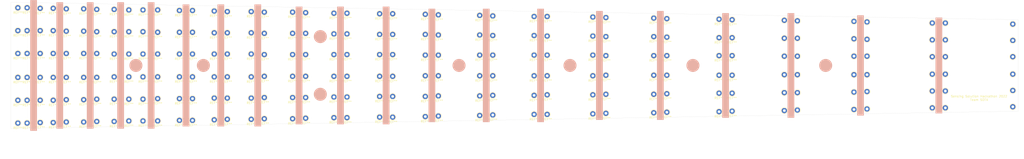
<source format=kicad_pcb>
(kicad_pcb (version 20171130) (host pcbnew "(5.1.9)-1")
  (title_block (date 2022-10-14))
  (layers (0 F.Cu signal) (31 B.Cu signal) (34 B.Paste user) (35 F.Paste user) (36 B.SilkS user) (37 F.SilkS user) (38 B.Mask user) (39 F.Mask user) (44 Edge.Cuts user))
  (net 0 "")
  (module Connector_Pin:Pin_D1.0mm_L10.0mm_LooseFit (layer F.Cu) (at 69.25 266.5)
    (fp_text reference REF** (at 0 2.25) (layer F.SilkS))
    (fp_text value Pin_D1.0mm_L10.0mm_LooseFit hide)
    (pad 1 thru_hole circle (at 0 0) (size 2.4 2.4) (drill 1.2) (layers *.Cu F.Mask))
  )
  (module Connector_Pin:Pin_D1.0mm_L10.0mm_LooseFit (layer F.Cu) (at 176.5 245.25)
    (fp_text reference REF** (at 0 2.25) (layer F.SilkS))
    (fp_text value Pin_D1.0mm_L10.0mm_LooseFit hide)
    (pad 1 thru_hole circle (at 0 0) (size 2.4 2.4) (drill 1.2) (layers *.Cu F.Mask))
  )
  (module Connector_Pin:Pin_D1.0mm_L10.0mm_LooseFit (layer F.Cu) (at 176.5 234.75)
    (fp_text reference REF** (at 0 2.25) (layer F.SilkS))
    (fp_text value Pin_D1.0mm_L10.0mm_LooseFit hide)
    (pad 1 thru_hole circle (at 0 0) (size 2.4 2.4) (drill 1.2) (layers *.Cu F.Mask))
  )
  (module Connector_Pin:Pin_D1.0mm_L10.0mm_LooseFit (layer F.Cu) (at 176.5 255)
    (fp_text reference REF** (at 0 2.25) (layer F.SilkS))
    (fp_text value Pin_D1.0mm_L10.0mm_LooseFit hide)
    (pad 1 thru_hole circle (at 0 0) (size 2.4 2.4) (drill 1.2) (layers *.Cu F.Mask))
  )
  (module Connector_Pin:Pin_D1.0mm_L10.0mm_LooseFit (layer F.Cu) (at 176.5 225)
    (fp_text reference REF** (at 0 2.25) (layer F.SilkS))
    (fp_text value Pin_D1.0mm_L10.0mm_LooseFit hide)
    (pad 1 thru_hole circle (at 0 0) (size 2.4 2.4) (drill 1.2) (layers *.Cu F.Mask))
  )
  (module Connector_Pin:Pin_D1.0mm_L10.0mm_LooseFit (layer F.Cu) (at 176.5 264.75)
    (fp_text reference REF** (at 0 2.25) (layer F.SilkS))
    (fp_text value Pin_D1.0mm_L10.0mm_LooseFit hide)
    (pad 1 thru_hole circle (at 0 0) (size 2.4 2.4) (drill 1.2) (layers *.Cu F.Mask))
  )
  (module Connector_Pin:Pin_D1.0mm_L10.0mm_LooseFit (layer F.Cu) (at 176.5 215.25)
    (fp_text reference REF** (at 0 2.25) (layer F.SilkS))
    (fp_text value Pin_D1.0mm_L10.0mm_LooseFit hide)
    (pad 1 thru_hole circle (at 0 0) (size 2.4 2.4) (drill 1.2) (layers *.Cu F.Mask))
  )
  (module Connector_Pin:Pin_D1.0mm_L10.0mm_LooseFit (layer F.Cu) (at 165.5 245.25)
    (fp_text reference REF** (at 0 2.25) (layer F.SilkS))
    (fp_text value Pin_D1.0mm_L10.0mm_LooseFit hide)
    (pad 1 thru_hole circle (at 0 0) (size 2.4 2.4) (drill 1.2) (layers *.Cu F.Mask))
  )
  (module Connector_Pin:Pin_D1.0mm_L10.0mm_LooseFit (layer F.Cu) (at 165.5 234.75)
    (fp_text reference REF** (at 0 2.25) (layer F.SilkS))
    (fp_text value Pin_D1.0mm_L10.0mm_LooseFit hide)
    (pad 1 thru_hole circle (at 0 0) (size 2.4 2.4) (drill 1.2) (layers *.Cu F.Mask))
  )
  (module Connector_Pin:Pin_D1.0mm_L10.0mm_LooseFit (layer F.Cu) (at 165.5 255)
    (fp_text reference REF** (at 0 2.25) (layer F.SilkS))
    (fp_text value Pin_D1.0mm_L10.0mm_LooseFit hide)
    (pad 1 thru_hole circle (at 0 0) (size 2.4 2.4) (drill 1.2) (layers *.Cu F.Mask))
  )
  (module Connector_Pin:Pin_D1.0mm_L10.0mm_LooseFit (layer F.Cu) (at 165.5 264.75)
    (fp_text reference REF** (at 0 2.25) (layer F.SilkS))
    (fp_text value Pin_D1.0mm_L10.0mm_LooseFit hide)
    (pad 1 thru_hole circle (at 0 0) (size 2.4 2.4) (drill 1.2) (layers *.Cu F.Mask))
  )
  (module Connector_Pin:Pin_D1.0mm_L10.0mm_LooseFit (layer F.Cu) (at 165.5 225)
    (fp_text reference REF** (at 0 2.25) (layer F.SilkS))
    (fp_text value Pin_D1.0mm_L10.0mm_LooseFit hide)
    (pad 1 thru_hole circle (at 0 0) (size 2.4 2.4) (drill 1.2) (layers *.Cu F.Mask))
  )
  (module Connector_Pin:Pin_D1.0mm_L10.0mm_LooseFit (layer F.Cu) (at 165.5 215.25)
    (fp_text reference REF** (at 0 2.25) (layer F.SilkS))
    (fp_text value Pin_D1.0mm_L10.0mm_LooseFit hide)
    (pad 1 thru_hole circle (at 0 0) (size 2.4 2.4) (drill 1.2) (layers *.Cu F.Mask))
  )
  (module Connector_Pin:Pin_D1.0mm_L10.0mm_LooseFit (layer F.Cu) (at 159.5 234.75)
    (fp_text reference REF** (at 0 2.25) (layer F.SilkS))
    (fp_text value Pin_D1.0mm_L10.0mm_LooseFit hide)
    (pad 1 thru_hole circle (at 0 0) (size 2.4 2.4) (drill 1.2) (layers *.Cu F.Mask))
  )
  (module Connector_Pin:Pin_D1.0mm_L10.0mm_LooseFit (layer F.Cu) (at 159.5 245.25)
    (fp_text reference REF** (at 0 2.25) (layer F.SilkS))
    (fp_text value Pin_D1.0mm_L10.0mm_LooseFit hide)
    (pad 1 thru_hole circle (at 0 0) (size 2.4 2.4) (drill 1.2) (layers *.Cu F.Mask))
  )
  (module Connector_Pin:Pin_D1.0mm_L10.0mm_LooseFit (layer F.Cu) (at 159.5 255)
    (fp_text reference REF** (at 0 2.25) (layer F.SilkS))
    (fp_text value Pin_D1.0mm_L10.0mm_LooseFit hide)
    (pad 1 thru_hole circle (at 0 0) (size 2.4 2.4) (drill 1.2) (layers *.Cu F.Mask))
  )
  (module Connector_Pin:Pin_D1.0mm_L10.0mm_LooseFit (layer F.Cu) (at 159.5 225)
    (fp_text reference REF** (at 0 2.25) (layer F.SilkS))
    (fp_text value Pin_D1.0mm_L10.0mm_LooseFit hide)
    (pad 1 thru_hole circle (at 0 0) (size 2.4 2.4) (drill 1.2) (layers *.Cu F.Mask))
  )
  (module Connector_Pin:Pin_D1.0mm_L10.0mm_LooseFit (layer F.Cu) (at 159.5 265)
    (fp_text reference REF** (at 0 2.25) (layer F.SilkS))
    (fp_text value Pin_D1.0mm_L10.0mm_LooseFit hide)
    (pad 1 thru_hole circle (at 0 0) (size 2.4 2.4) (drill 1.2) (layers *.Cu F.Mask))
  )
  (module Connector_Pin:Pin_D1.0mm_L10.0mm_LooseFit (layer F.Cu) (at 159.5 215)
    (fp_text reference REF** (at 0 2.25) (layer F.SilkS))
    (fp_text value Pin_D1.0mm_L10.0mm_LooseFit hide)
    (pad 1 thru_hole circle (at 0 0) (size 2.4 2.4) (drill 1.2) (layers *.Cu F.Mask))
  )
  (module Connector_Pin:Pin_D1.0mm_L10.0mm_LooseFit (layer F.Cu) (at 149.5 245.25)
    (fp_text reference REF** (at 0 2.25) (layer F.SilkS))
    (fp_text value Pin_D1.0mm_L10.0mm_LooseFit hide)
    (pad 1 thru_hole circle (at 0 0) (size 2.4 2.4) (drill 1.2) (layers *.Cu F.Mask))
  )
  (module Connector_Pin:Pin_D1.0mm_L10.0mm_LooseFit (layer F.Cu) (at 149.5 234.75)
    (fp_text reference REF** (at 0 2.25) (layer F.SilkS))
    (fp_text value Pin_D1.0mm_L10.0mm_LooseFit hide)
    (pad 1 thru_hole circle (at 0 0) (size 2.4 2.4) (drill 1.2) (layers *.Cu F.Mask))
  )
  (module Connector_Pin:Pin_D1.0mm_L10.0mm_LooseFit (layer F.Cu) (at 149.5 255.25)
    (fp_text reference REF** (at 0 2.25) (layer F.SilkS))
    (fp_text value Pin_D1.0mm_L10.0mm_LooseFit hide)
    (pad 1 thru_hole circle (at 0 0) (size 2.4 2.4) (drill 1.2) (layers *.Cu F.Mask))
  )
  (module Connector_Pin:Pin_D1.0mm_L10.0mm_LooseFit (layer F.Cu) (at 149.5 224.75)
    (fp_text reference REF** (at 0 2.25) (layer F.SilkS))
    (fp_text value Pin_D1.0mm_L10.0mm_LooseFit hide)
    (pad 1 thru_hole circle (at 0 0) (size 2.4 2.4) (drill 1.2) (layers *.Cu F.Mask))
  )
  (module Connector_Pin:Pin_D1.0mm_L10.0mm_LooseFit (layer F.Cu) (at 149.5 265.25)
    (fp_text reference REF** (at 0 2.25) (layer F.SilkS))
    (fp_text value Pin_D1.0mm_L10.0mm_LooseFit hide)
    (pad 1 thru_hole circle (at 0 0) (size 2.4 2.4) (drill 1.2) (layers *.Cu F.Mask))
  )
  (module Connector_Pin:Pin_D1.0mm_L10.0mm_LooseFit (layer F.Cu) (at 149.5 214.75)
    (fp_text reference REF** (at 0 2.25) (layer F.SilkS))
    (fp_text value Pin_D1.0mm_L10.0mm_LooseFit hide)
    (pad 1 thru_hole circle (at 0 0) (size 2.4 2.4) (drill 1.2) (layers *.Cu F.Mask))
  )
  (module Connector_Pin:Pin_D1.0mm_L10.0mm_LooseFit (layer F.Cu) (at 143.5 245.25)
    (fp_text reference REF** (at 0 2.25) (layer F.SilkS))
    (fp_text value Pin_D1.0mm_L10.0mm_LooseFit hide)
    (pad 1 thru_hole circle (at 0 0) (size 2.4 2.4) (drill 1.2) (layers *.Cu F.Mask))
  )
  (module Connector_Pin:Pin_D1.0mm_L10.0mm_LooseFit (layer F.Cu) (at 143.5 234.75)
    (fp_text reference REF** (at 0 2.25) (layer F.SilkS))
    (fp_text value Pin_D1.0mm_L10.0mm_LooseFit hide)
    (pad 1 thru_hole circle (at 0 0) (size 2.4 2.4) (drill 1.2) (layers *.Cu F.Mask))
  )
  (module Connector_Pin:Pin_D1.0mm_L10.0mm_LooseFit (layer F.Cu) (at 143.5 224.75)
    (fp_text reference REF** (at 0 2.25) (layer F.SilkS))
    (fp_text value Pin_D1.0mm_L10.0mm_LooseFit hide)
    (pad 1 thru_hole circle (at 0 0) (size 2.4 2.4) (drill 1.2) (layers *.Cu F.Mask))
  )
  (module Connector_Pin:Pin_D1.0mm_L10.0mm_LooseFit (layer F.Cu) (at 143.5 255.25)
    (fp_text reference REF** (at 0 2.25) (layer F.SilkS))
    (fp_text value Pin_D1.0mm_L10.0mm_LooseFit hide)
    (pad 1 thru_hole circle (at 0 0) (size 2.4 2.4) (drill 1.2) (layers *.Cu F.Mask))
  )
  (module Connector_Pin:Pin_D1.0mm_L10.0mm_LooseFit (layer F.Cu) (at 143.5 265.25)
    (fp_text reference REF** (at 0 2.25) (layer F.SilkS))
    (fp_text value Pin_D1.0mm_L10.0mm_LooseFit hide)
    (pad 1 thru_hole circle (at 0 0) (size 2.4 2.4) (drill 1.2) (layers *.Cu F.Mask))
  )
  (module Connector_Pin:Pin_D1.0mm_L10.0mm_LooseFit (layer F.Cu) (at 143.5 214.75)
    (fp_text reference REF** (at 0 2.25) (layer F.SilkS))
    (fp_text value Pin_D1.0mm_L10.0mm_LooseFit hide)
    (pad 1 thru_hole circle (at 0 0) (size 2.4 2.4) (drill 1.2) (layers *.Cu F.Mask))
  )
  (module Connector_Pin:Pin_D1.0mm_L10.0mm_LooseFit (layer F.Cu) (at 133.5 245.25)
    (fp_text reference REF** (at 0 2.25) (layer F.SilkS))
    (fp_text value Pin_D1.0mm_L10.0mm_LooseFit hide)
    (pad 1 thru_hole circle (at 0 0) (size 2.4 2.4) (drill 1.2) (layers *.Cu F.Mask))
  )
  (module Connector_Pin:Pin_D1.0mm_L10.0mm_LooseFit (layer F.Cu) (at 133.5 234.75)
    (fp_text reference REF** (at 0 2.25) (layer F.SilkS))
    (fp_text value Pin_D1.0mm_L10.0mm_LooseFit hide)
    (pad 1 thru_hole circle (at 0 0) (size 2.4 2.4) (drill 1.2) (layers *.Cu F.Mask))
  )
  (module Connector_Pin:Pin_D1.0mm_L10.0mm_LooseFit (layer F.Cu) (at 133.5 255.25)
    (fp_text reference REF** (at 0 2.25) (layer F.SilkS))
    (fp_text value Pin_D1.0mm_L10.0mm_LooseFit hide)
    (pad 1 thru_hole circle (at 0 0) (size 2.4 2.4) (drill 1.2) (layers *.Cu F.Mask))
  )
  (module Connector_Pin:Pin_D1.0mm_L10.0mm_LooseFit (layer F.Cu) (at 133.5 224.75)
    (fp_text reference REF** (at 0 2.25) (layer F.SilkS))
    (fp_text value Pin_D1.0mm_L10.0mm_LooseFit hide)
    (pad 1 thru_hole circle (at 0 0) (size 2.4 2.4) (drill 1.2) (layers *.Cu F.Mask))
  )
  (module Connector_Pin:Pin_D1.0mm_L10.0mm_LooseFit (layer F.Cu) (at 133.5 265.5)
    (fp_text reference REF** (at 0 2.25) (layer F.SilkS))
    (fp_text value Pin_D1.0mm_L10.0mm_LooseFit hide)
    (pad 1 thru_hole circle (at 0 0) (size 2.4 2.4) (drill 1.2) (layers *.Cu F.Mask))
  )
  (module Connector_Pin:Pin_D1.0mm_L10.0mm_LooseFit (layer F.Cu) (at 133.5 214.5)
    (fp_text reference REF** (at 0 2.25) (layer F.SilkS))
    (fp_text value Pin_D1.0mm_L10.0mm_LooseFit hide)
    (pad 1 thru_hole circle (at 0 0) (size 2.4 2.4) (drill 1.2) (layers *.Cu F.Mask))
  )
  (module Connector_Pin:Pin_D1.0mm_L10.0mm_LooseFit (layer F.Cu) (at 126.75 245.25)
    (fp_text reference REF** (at 0 2.25) (layer F.SilkS))
    (fp_text value Pin_D1.0mm_L10.0mm_LooseFit hide)
    (pad 1 thru_hole circle (at 0 0) (size 2.4 2.4) (drill 1.2) (layers *.Cu F.Mask))
  )
  (module Connector_Pin:Pin_D1.0mm_L10.0mm_LooseFit (layer F.Cu) (at 126.75 234.75)
    (fp_text reference REF** (at 0 2.25) (layer F.SilkS))
    (fp_text value Pin_D1.0mm_L10.0mm_LooseFit hide)
    (pad 1 thru_hole circle (at 0 0) (size 2.4 2.4) (drill 1.2) (layers *.Cu F.Mask))
  )
  (module Connector_Pin:Pin_D1.0mm_L10.0mm_LooseFit (layer F.Cu) (at 126.75 255.5)
    (fp_text reference REF** (at 0 2.25) (layer F.SilkS))
    (fp_text value Pin_D1.0mm_L10.0mm_LooseFit hide)
    (pad 1 thru_hole circle (at 0 0) (size 2.4 2.4) (drill 1.2) (layers *.Cu F.Mask))
  )
  (module Connector_Pin:Pin_D1.0mm_L10.0mm_LooseFit (layer F.Cu) (at 126.75 224.5)
    (fp_text reference REF** (at 0 2.25) (layer F.SilkS))
    (fp_text value Pin_D1.0mm_L10.0mm_LooseFit hide)
    (pad 1 thru_hole circle (at 0 0) (size 2.4 2.4) (drill 1.2) (layers *.Cu F.Mask))
  )
  (module Connector_Pin:Pin_D1.0mm_L10.0mm_LooseFit (layer F.Cu) (at 120.25 245.25)
    (fp_text reference REF** (at 0 2.25) (layer F.SilkS))
    (fp_text value Pin_D1.0mm_L10.0mm_LooseFit hide)
    (pad 1 thru_hole circle (at 0 0) (size 2.4 2.4) (drill 1.2) (layers *.Cu F.Mask))
  )
  (module Connector_Pin:Pin_D1.0mm_L10.0mm_LooseFit (layer F.Cu) (at 120.25 234.75)
    (fp_text reference REF** (at 0 2.25) (layer F.SilkS))
    (fp_text value Pin_D1.0mm_L10.0mm_LooseFit hide)
    (pad 1 thru_hole circle (at 0 0) (size 2.4 2.4) (drill 1.2) (layers *.Cu F.Mask))
  )
  (module Connector_Pin:Pin_D1.0mm_L10.0mm_LooseFit (layer F.Cu) (at 120.25 255.5)
    (fp_text reference REF** (at 0 2.25) (layer F.SilkS))
    (fp_text value Pin_D1.0mm_L10.0mm_LooseFit hide)
    (pad 1 thru_hole circle (at 0 0) (size 2.4 2.4) (drill 1.2) (layers *.Cu F.Mask))
  )
  (module Connector_Pin:Pin_D1.0mm_L10.0mm_LooseFit (layer F.Cu) (at 120.25 224.5)
    (fp_text reference REF** (at 0 2.25) (layer F.SilkS))
    (fp_text value Pin_D1.0mm_L10.0mm_LooseFit hide)
    (pad 1 thru_hole circle (at 0 0) (size 2.4 2.4) (drill 1.2) (layers *.Cu F.Mask))
  )
  (module Connector_Pin:Pin_D1.0mm_L10.0mm_LooseFit (layer F.Cu) (at 126.75 265.5)
    (fp_text reference REF** (at 0 2.25) (layer F.SilkS))
    (fp_text value Pin_D1.0mm_L10.0mm_LooseFit hide)
    (pad 1 thru_hole circle (at 0 0) (size 2.4 2.4) (drill 1.2) (layers *.Cu F.Mask))
  )
  (module Connector_Pin:Pin_D1.0mm_L10.0mm_LooseFit (layer F.Cu) (at 126.75 214.5)
    (fp_text reference REF** (at 0 2.25) (layer F.SilkS))
    (fp_text value Pin_D1.0mm_L10.0mm_LooseFit hide)
    (pad 1 thru_hole circle (at 0 0) (size 2.4 2.4) (drill 1.2) (layers *.Cu F.Mask))
  )
  (module Connector_Pin:Pin_D1.0mm_L10.0mm_LooseFit (layer F.Cu) (at 120.25 265.5)
    (fp_text reference REF** (at 0 2.25) (layer F.SilkS))
    (fp_text value Pin_D1.0mm_L10.0mm_LooseFit hide)
    (pad 1 thru_hole circle (at 0 0) (size 2.4 2.4) (drill 1.2) (layers *.Cu F.Mask))
  )
  (module Connector_Pin:Pin_D1.0mm_L10.0mm_LooseFit (layer F.Cu) (at 120.25 214.5)
    (fp_text reference REF** (at 0 2.25) (layer F.SilkS))
    (fp_text value Pin_D1.0mm_L10.0mm_LooseFit hide)
    (pad 1 thru_hole circle (at 0 0) (size 2.4 2.4) (drill 1.2) (layers *.Cu F.Mask))
  )
  (module Connector_Pin:Pin_D1.0mm_L10.0mm_LooseFit (layer F.Cu) (at 182.5 254.75)
    (fp_text reference REF** (at 0 2.25) (layer F.SilkS))
    (fp_text value Pin_D1.0mm_L10.0mm_LooseFit hide)
    (pad 1 thru_hole circle (at 0 0) (size 2.4 2.4) (drill 1.2) (layers *.Cu F.Mask))
  )
  (module Connector_Pin:Pin_D1.0mm_L10.0mm_LooseFit (layer F.Cu) (at 182.5 245)
    (fp_text reference REF** (at 0 2.25) (layer F.SilkS))
    (fp_text value Pin_D1.0mm_L10.0mm_LooseFit hide)
    (pad 1 thru_hole circle (at 0 0) (size 2.4 2.4) (drill 1.2) (layers *.Cu F.Mask))
  )
  (module Connector_Pin:Pin_D1.0mm_L10.0mm_LooseFit (layer F.Cu) (at 182.5 235)
    (fp_text reference REF** (at 0 2.25) (layer F.SilkS))
    (fp_text value Pin_D1.0mm_L10.0mm_LooseFit hide)
    (pad 1 thru_hole circle (at 0 0) (size 2.4 2.4) (drill 1.2) (layers *.Cu F.Mask))
  )
  (module Connector_Pin:Pin_D1.0mm_L10.0mm_LooseFit (layer F.Cu) (at 182.5 225.25)
    (fp_text reference REF** (at 0 2.25) (layer F.SilkS))
    (fp_text value Pin_D1.0mm_L10.0mm_LooseFit hide)
    (pad 1 thru_hole circle (at 0 0) (size 2.4 2.4) (drill 1.2) (layers *.Cu F.Mask))
  )
  (module Connector_Pin:Pin_D1.0mm_L10.0mm_LooseFit (layer F.Cu) (at 182.5 264.5)
    (fp_text reference REF** (at 0 2.25) (layer F.SilkS))
    (fp_text value Pin_D1.0mm_L10.0mm_LooseFit hide)
    (pad 1 thru_hole circle (at 0 0) (size 2.4 2.4) (drill 1.2) (layers *.Cu F.Mask))
  )
  (module Connector_Pin:Pin_D1.0mm_L10.0mm_LooseFit (layer F.Cu) (at 182.5 215.5)
    (fp_text reference REF** (at 0 2.25) (layer F.SilkS))
    (fp_text value Pin_D1.0mm_L10.0mm_LooseFit hide)
    (pad 1 thru_hole circle (at 0 0) (size 2.4 2.4) (drill 1.2) (layers *.Cu F.Mask))
  )
  (module Connector_Pin:Pin_D1.0mm_L10.0mm_LooseFit (layer F.Cu) (at 195.5 245)
    (fp_text reference REF** (at 0 2.25) (layer F.SilkS))
    (fp_text value Pin_D1.0mm_L10.0mm_LooseFit hide)
    (pad 1 thru_hole circle (at 0 0) (size 2.4 2.4) (drill 1.2) (layers *.Cu F.Mask))
  )
  (module Connector_Pin:Pin_D1.0mm_L10.0mm_LooseFit (layer F.Cu) (at 195.5 235)
    (fp_text reference REF** (at 0 2.25) (layer F.SilkS))
    (fp_text value Pin_D1.0mm_L10.0mm_LooseFit hide)
    (pad 1 thru_hole circle (at 0 0) (size 2.4 2.4) (drill 1.2) (layers *.Cu F.Mask))
  )
  (module Connector_Pin:Pin_D1.0mm_L10.0mm_LooseFit (layer F.Cu) (at 195.5 254.75)
    (fp_text reference REF** (at 0 2.25) (layer F.SilkS))
    (fp_text value Pin_D1.0mm_L10.0mm_LooseFit hide)
    (pad 1 thru_hole circle (at 0 0) (size 2.4 2.4) (drill 1.2) (layers *.Cu F.Mask))
  )
  (module Connector_Pin:Pin_D1.0mm_L10.0mm_LooseFit (layer F.Cu) (at 195.5 225.25)
    (fp_text reference REF** (at 0 2.25) (layer F.SilkS))
    (fp_text value Pin_D1.0mm_L10.0mm_LooseFit hide)
    (pad 1 thru_hole circle (at 0 0) (size 2.4 2.4) (drill 1.2) (layers *.Cu F.Mask))
  )
  (module Connector_Pin:Pin_D1.0mm_L10.0mm_LooseFit (layer F.Cu) (at 195.5 264.5)
    (fp_text reference REF** (at 0 2.25) (layer F.SilkS))
    (fp_text value Pin_D1.0mm_L10.0mm_LooseFit hide)
    (pad 1 thru_hole circle (at 0 0) (size 2.4 2.4) (drill 1.2) (layers *.Cu F.Mask))
  )
  (module Connector_Pin:Pin_D1.0mm_L10.0mm_LooseFit (layer F.Cu) (at 195.5 215.5)
    (fp_text reference REF** (at 0 2.25) (layer F.SilkS))
    (fp_text value Pin_D1.0mm_L10.0mm_LooseFit hide)
    (pad 1 thru_hole circle (at 0 0) (size 2.4 2.4) (drill 1.2) (layers *.Cu F.Mask))
  )
  (module Connector_Pin:Pin_D1.0mm_L10.0mm_LooseFit (layer F.Cu) (at 201.5 225.25)
    (fp_text reference REF** (at 0 2.25) (layer F.SilkS))
    (fp_text value Pin_D1.0mm_L10.0mm_LooseFit hide)
    (pad 1 thru_hole circle (at 0 0) (size 2.4 2.4) (drill 1.2) (layers *.Cu F.Mask))
  )
  (module Connector_Pin:Pin_D1.0mm_L10.0mm_LooseFit (layer F.Cu) (at 201.5 235)
    (fp_text reference REF** (at 0 2.25) (layer F.SilkS))
    (fp_text value Pin_D1.0mm_L10.0mm_LooseFit hide)
    (pad 1 thru_hole circle (at 0 0) (size 2.4 2.4) (drill 1.2) (layers *.Cu F.Mask))
  )
  (module Connector_Pin:Pin_D1.0mm_L10.0mm_LooseFit (layer F.Cu) (at 201.5 245)
    (fp_text reference REF** (at 0 2.25) (layer F.SilkS))
    (fp_text value Pin_D1.0mm_L10.0mm_LooseFit hide)
    (pad 1 thru_hole circle (at 0 0) (size 2.4 2.4) (drill 1.2) (layers *.Cu F.Mask))
  )
  (module Connector_Pin:Pin_D1.0mm_L10.0mm_LooseFit (layer F.Cu) (at 201.5 254.75)
    (fp_text reference REF** (at 0 2.25) (layer F.SilkS))
    (fp_text value Pin_D1.0mm_L10.0mm_LooseFit hide)
    (pad 1 thru_hole circle (at 0 0) (size 2.4 2.4) (drill 1.2) (layers *.Cu F.Mask))
  )
  (module Connector_Pin:Pin_D1.0mm_L10.0mm_LooseFit (layer F.Cu) (at 201.5 264.25)
    (fp_text reference REF** (at 0 2.25) (layer F.SilkS))
    (fp_text value Pin_D1.0mm_L10.0mm_LooseFit hide)
    (pad 1 thru_hole circle (at 0 0) (size 2.4 2.4) (drill 1.2) (layers *.Cu F.Mask))
  )
  (module Connector_Pin:Pin_D1.0mm_L10.0mm_LooseFit (layer F.Cu) (at 201.5 215.75)
    (fp_text reference REF** (at 0 2.25) (layer F.SilkS))
    (fp_text value Pin_D1.0mm_L10.0mm_LooseFit hide)
    (pad 1 thru_hole circle (at 0 0) (size 2.4 2.4) (drill 1.2) (layers *.Cu F.Mask))
  )
  (module Connector_Pin:Pin_D1.0mm_L10.0mm_LooseFit (layer F.Cu) (at 214.5 245)
    (fp_text reference REF** (at 0 2.25) (layer F.SilkS))
    (fp_text value Pin_D1.0mm_L10.0mm_LooseFit hide)
    (pad 1 thru_hole circle (at 0 0) (size 2.4 2.4) (drill 1.2) (layers *.Cu F.Mask))
  )
  (module Connector_Pin:Pin_D1.0mm_L10.0mm_LooseFit (layer F.Cu) (at 214.5 235)
    (fp_text reference REF** (at 0 2.25) (layer F.SilkS))
    (fp_text value Pin_D1.0mm_L10.0mm_LooseFit hide)
    (pad 1 thru_hole circle (at 0 0) (size 2.4 2.4) (drill 1.2) (layers *.Cu F.Mask))
  )
  (module Connector_Pin:Pin_D1.0mm_L10.0mm_LooseFit (layer F.Cu) (at 214.5 225.5)
    (fp_text reference REF** (at 0 2.25) (layer F.SilkS))
    (fp_text value Pin_D1.0mm_L10.0mm_LooseFit hide)
    (pad 1 thru_hole circle (at 0 0) (size 2.4 2.4) (drill 1.2) (layers *.Cu F.Mask))
  )
  (module Connector_Pin:Pin_D1.0mm_L10.0mm_LooseFit (layer F.Cu) (at 214.5 254.5)
    (fp_text reference REF** (at 0 2.25) (layer F.SilkS))
    (fp_text value Pin_D1.0mm_L10.0mm_LooseFit hide)
    (pad 1 thru_hole circle (at 0 0) (size 2.4 2.4) (drill 1.2) (layers *.Cu F.Mask))
  )
  (module Connector_Pin:Pin_D1.0mm_L10.0mm_LooseFit (layer F.Cu) (at 214.5 264)
    (fp_text reference REF** (at 0 2.25) (layer F.SilkS))
    (fp_text value Pin_D1.0mm_L10.0mm_LooseFit hide)
    (pad 1 thru_hole circle (at 0 0) (size 2.4 2.4) (drill 1.2) (layers *.Cu F.Mask))
  )
  (module Connector_Pin:Pin_D1.0mm_L10.0mm_LooseFit (layer F.Cu) (at 214.5 216)
    (fp_text reference REF** (at 0 2.25) (layer F.SilkS))
    (fp_text value Pin_D1.0mm_L10.0mm_LooseFit hide)
    (pad 1 thru_hole circle (at 0 0) (size 2.4 2.4) (drill 1.2) (layers *.Cu F.Mask))
  )
  (module Connector_Pin:Pin_D1.0mm_L10.0mm_LooseFit (layer F.Cu) (at 235.5 235)
    (fp_text reference REF** (at 0 2.25) (layer F.SilkS))
    (fp_text value Pin_D1.0mm_L10.0mm_LooseFit hide)
    (pad 1 thru_hole circle (at 0 0) (size 2.4 2.4) (drill 1.2) (layers *.Cu F.Mask))
  )
  (module Connector_Pin:Pin_D1.0mm_L10.0mm_LooseFit (layer F.Cu) (at 220.5 235)
    (fp_text reference REF** (at 0 2.25) (layer F.SilkS))
    (fp_text value Pin_D1.0mm_L10.0mm_LooseFit hide)
    (pad 1 thru_hole circle (at 0 0) (size 2.4 2.4) (drill 1.2) (layers *.Cu F.Mask))
  )
  (module Connector_Pin:Pin_D1.0mm_L10.0mm_LooseFit (layer F.Cu) (at 220.5 245)
    (fp_text reference REF** (at 0 2.25) (layer F.SilkS))
    (fp_text value Pin_D1.0mm_L10.0mm_LooseFit hide)
    (pad 1 thru_hole circle (at 0 0) (size 2.4 2.4) (drill 1.2) (layers *.Cu F.Mask))
  )
  (module Connector_Pin:Pin_D1.0mm_L10.0mm_LooseFit (layer F.Cu) (at 235.5 245)
    (fp_text reference REF** (at 0 2.25) (layer F.SilkS))
    (fp_text value Pin_D1.0mm_L10.0mm_LooseFit hide)
    (pad 1 thru_hole circle (at 0 0) (size 2.4 2.4) (drill 1.2) (layers *.Cu F.Mask))
  )
  (module Connector_Pin:Pin_D1.0mm_L10.0mm_LooseFit (layer F.Cu) (at 220.5 254.5)
    (fp_text reference REF** (at 0 2.25) (layer F.SilkS))
    (fp_text value Pin_D1.0mm_L10.0mm_LooseFit hide)
    (pad 1 thru_hole circle (at 0 0) (size 2.4 2.4) (drill 1.2) (layers *.Cu F.Mask))
  )
  (module Connector_Pin:Pin_D1.0mm_L10.0mm_LooseFit (layer F.Cu) (at 235.5 254.25)
    (fp_text reference REF** (at 0 2.25) (layer F.SilkS))
    (fp_text value Pin_D1.0mm_L10.0mm_LooseFit hide)
    (pad 1 thru_hole circle (at 0 0) (size 2.4 2.4) (drill 1.2) (layers *.Cu F.Mask))
  )
  (module Connector_Pin:Pin_D1.0mm_L10.0mm_LooseFit (layer F.Cu) (at 220.5 225.5)
    (fp_text reference REF** (at 0 2.25) (layer F.SilkS))
    (fp_text value Pin_D1.0mm_L10.0mm_LooseFit hide)
    (pad 1 thru_hole circle (at 0 0) (size 2.4 2.4) (drill 1.2) (layers *.Cu F.Mask))
  )
  (module Connector_Pin:Pin_D1.0mm_L10.0mm_LooseFit (layer F.Cu) (at 235.5 225.75)
    (fp_text reference REF** (at 0 2.25) (layer F.SilkS))
    (fp_text value Pin_D1.0mm_L10.0mm_LooseFit hide)
    (pad 1 thru_hole circle (at 0 0) (size 2.4 2.4) (drill 1.2) (layers *.Cu F.Mask))
  )
  (module Connector_Pin:Pin_D1.0mm_L10.0mm_LooseFit (layer F.Cu) (at 235.5 263.75)
    (fp_text reference REF** (at 0 2.25) (layer F.SilkS))
    (fp_text value Pin_D1.0mm_L10.0mm_LooseFit hide)
    (pad 1 thru_hole circle (at 0 0) (size 2.4 2.4) (drill 1.2) (layers *.Cu F.Mask))
  )
  (module Connector_Pin:Pin_D1.0mm_L10.0mm_LooseFit (layer F.Cu) (at 220.5 264)
    (fp_text reference REF** (at 0 2.25) (layer F.SilkS))
    (fp_text value Pin_D1.0mm_L10.0mm_LooseFit hide)
    (pad 1 thru_hole circle (at 0 0) (size 2.4 2.4) (drill 1.2) (layers *.Cu F.Mask))
  )
  (module Connector_Pin:Pin_D1.0mm_L10.0mm_LooseFit (layer F.Cu) (at 220.5 216)
    (fp_text reference REF** (at 0 2.25) (layer F.SilkS))
    (fp_text value Pin_D1.0mm_L10.0mm_LooseFit hide)
    (pad 1 thru_hole circle (at 0 0) (size 2.4 2.4) (drill 1.2) (layers *.Cu F.Mask))
  )
  (module Connector_Pin:Pin_D1.0mm_L10.0mm_LooseFit (layer F.Cu) (at 235.5 216.25)
    (fp_text reference REF** (at 0 2.25) (layer F.SilkS))
    (fp_text value Pin_D1.0mm_L10.0mm_LooseFit hide)
    (pad 1 thru_hole circle (at 0 0) (size 2.4 2.4) (drill 1.2) (layers *.Cu F.Mask))
  )
  (module Connector_Pin:Pin_D1.0mm_L10.0mm_LooseFit (layer F.Cu) (at 241.5 254.25)
    (fp_text reference REF** (at 0 2.25) (layer F.SilkS))
    (fp_text value Pin_D1.0mm_L10.0mm_LooseFit hide)
    (pad 1 thru_hole circle (at 0 0) (size 2.4 2.4) (drill 1.2) (layers *.Cu F.Mask))
  )
  (module Connector_Pin:Pin_D1.0mm_L10.0mm_LooseFit (layer F.Cu) (at 241.5 245)
    (fp_text reference REF** (at 0 2.25) (layer F.SilkS))
    (fp_text value Pin_D1.0mm_L10.0mm_LooseFit hide)
    (pad 1 thru_hole circle (at 0 0) (size 2.4 2.4) (drill 1.2) (layers *.Cu F.Mask))
  )
  (module Connector_Pin:Pin_D1.0mm_L10.0mm_LooseFit (layer F.Cu) (at 241.5 235)
    (fp_text reference REF** (at 0 2.25) (layer F.SilkS))
    (fp_text value Pin_D1.0mm_L10.0mm_LooseFit hide)
    (pad 1 thru_hole circle (at 0 0) (size 2.4 2.4) (drill 1.2) (layers *.Cu F.Mask))
  )
  (module Connector_Pin:Pin_D1.0mm_L10.0mm_LooseFit (layer F.Cu) (at 241.5 225.75)
    (fp_text reference REF** (at 0 2.25) (layer F.SilkS))
    (fp_text value Pin_D1.0mm_L10.0mm_LooseFit hide)
    (pad 1 thru_hole circle (at 0 0) (size 2.4 2.4) (drill 1.2) (layers *.Cu F.Mask))
  )
  (module Connector_Pin:Pin_D1.0mm_L10.0mm_LooseFit (layer F.Cu) (at 241.5 263.75)
    (fp_text reference REF** (at 0 2.25) (layer F.SilkS))
    (fp_text value Pin_D1.0mm_L10.0mm_LooseFit hide)
    (pad 1 thru_hole circle (at 0 0) (size 2.4 2.4) (drill 1.2) (layers *.Cu F.Mask))
  )
  (module Connector_Pin:Pin_D1.0mm_L10.0mm_LooseFit (layer F.Cu) (at 241.5 216.25)
    (fp_text reference REF** (at 0 2.25) (layer F.SilkS))
    (fp_text value Pin_D1.0mm_L10.0mm_LooseFit hide)
    (pad 1 thru_hole circle (at 0 0) (size 2.4 2.4) (drill 1.2) (layers *.Cu F.Mask))
  )
  (module Connector_Pin:Pin_D1.0mm_L10.0mm_LooseFit (layer F.Cu) (at 256.5 244.75)
    (fp_text reference REF** (at 0 2.25) (layer F.SilkS))
    (fp_text value Pin_D1.0mm_L10.0mm_LooseFit hide)
    (pad 1 thru_hole circle (at 0 0) (size 2.4 2.4) (drill 1.2) (layers *.Cu F.Mask))
  )
  (module Connector_Pin:Pin_D1.0mm_L10.0mm_LooseFit (layer F.Cu) (at 256.5 235.25)
    (fp_text reference REF** (at 0 2.25) (layer F.SilkS))
    (fp_text value Pin_D1.0mm_L10.0mm_LooseFit hide)
    (pad 1 thru_hole circle (at 0 0) (size 2.4 2.4) (drill 1.2) (layers *.Cu F.Mask))
  )
  (module Connector_Pin:Pin_D1.0mm_L10.0mm_LooseFit (layer F.Cu) (at 256.5 225.75)
    (fp_text reference REF** (at 0 2.25) (layer F.SilkS))
    (fp_text value Pin_D1.0mm_L10.0mm_LooseFit hide)
    (pad 1 thru_hole circle (at 0 0) (size 2.4 2.4) (drill 1.2) (layers *.Cu F.Mask))
  )
  (module Connector_Pin:Pin_D1.0mm_L10.0mm_LooseFit (layer F.Cu) (at 256.5 254.25)
    (fp_text reference REF** (at 0 2.25) (layer F.SilkS))
    (fp_text value Pin_D1.0mm_L10.0mm_LooseFit hide)
    (pad 1 thru_hole circle (at 0 0) (size 2.4 2.4) (drill 1.2) (layers *.Cu F.Mask))
  )
  (module Connector_Pin:Pin_D1.0mm_L10.0mm_LooseFit (layer F.Cu) (at 256.5 263.5)
    (fp_text reference REF** (at 0 2.25) (layer F.SilkS))
    (fp_text value Pin_D1.0mm_L10.0mm_LooseFit hide)
    (pad 1 thru_hole circle (at 0 0) (size 2.4 2.4) (drill 1.2) (layers *.Cu F.Mask))
  )
  (module Connector_Pin:Pin_D1.0mm_L10.0mm_LooseFit (layer F.Cu) (at 256.5 216.5)
    (fp_text reference REF** (at 0 2.25) (layer F.SilkS))
    (fp_text value Pin_D1.0mm_L10.0mm_LooseFit hide)
    (pad 1 thru_hole circle (at 0 0) (size 2.4 2.4) (drill 1.2) (layers *.Cu F.Mask))
  )
  (module Connector_Pin:Pin_D1.0mm_L10.0mm_LooseFit (layer F.Cu) (at 262.5 226)
    (fp_text reference REF** (at 0 2.25) (layer F.SilkS))
    (fp_text value Pin_D1.0mm_L10.0mm_LooseFit hide)
    (pad 1 thru_hole circle (at 0 0) (size 2.4 2.4) (drill 1.2) (layers *.Cu F.Mask))
  )
  (module Connector_Pin:Pin_D1.0mm_L10.0mm_LooseFit (layer F.Cu) (at 262.5 235.25)
    (fp_text reference REF** (at 0 2.25) (layer F.SilkS))
    (fp_text value Pin_D1.0mm_L10.0mm_LooseFit hide)
    (pad 1 thru_hole circle (at 0 0) (size 2.4 2.4) (drill 1.2) (layers *.Cu F.Mask))
  )
  (module Connector_Pin:Pin_D1.0mm_L10.0mm_LooseFit (layer F.Cu) (at 262.5 244.75)
    (fp_text reference REF** (at 0 2.25) (layer F.SilkS))
    (fp_text value Pin_D1.0mm_L10.0mm_LooseFit hide)
    (pad 1 thru_hole circle (at 0 0) (size 2.4 2.4) (drill 1.2) (layers *.Cu F.Mask))
  )
  (module Connector_Pin:Pin_D1.0mm_L10.0mm_LooseFit (layer F.Cu) (at 262.5 254)
    (fp_text reference REF** (at 0 2.25) (layer F.SilkS))
    (fp_text value Pin_D1.0mm_L10.0mm_LooseFit hide)
    (pad 1 thru_hole circle (at 0 0) (size 2.4 2.4) (drill 1.2) (layers *.Cu F.Mask))
  )
  (module Connector_Pin:Pin_D1.0mm_L10.0mm_LooseFit (layer F.Cu) (at 262.5 263.25)
    (fp_text reference REF** (at 0 2.25) (layer F.SilkS))
    (fp_text value Pin_D1.0mm_L10.0mm_LooseFit hide)
    (pad 1 thru_hole circle (at 0 0) (size 2.4 2.4) (drill 1.2) (layers *.Cu F.Mask))
  )
  (module Connector_Pin:Pin_D1.0mm_L10.0mm_LooseFit (layer F.Cu) (at 262.5 216.75)
    (fp_text reference REF** (at 0 2.25) (layer F.SilkS))
    (fp_text value Pin_D1.0mm_L10.0mm_LooseFit hide)
    (pad 1 thru_hole circle (at 0 0) (size 2.4 2.4) (drill 1.2) (layers *.Cu F.Mask))
  )
  (module Connector_Pin:Pin_D1.0mm_L10.0mm_LooseFit (layer F.Cu) (at 281.5 244.75)
    (fp_text reference REF** (at 0 2.25) (layer F.SilkS))
    (fp_text value Pin_D1.0mm_L10.0mm_LooseFit hide)
    (pad 1 thru_hole circle (at 0 0) (size 2.4 2.4) (drill 1.2) (layers *.Cu F.Mask))
  )
  (module Connector_Pin:Pin_D1.0mm_L10.0mm_LooseFit (layer F.Cu) (at 281.5 235.25)
    (fp_text reference REF** (at 0 2.25) (layer F.SilkS))
    (fp_text value Pin_D1.0mm_L10.0mm_LooseFit hide)
    (pad 1 thru_hole circle (at 0 0) (size 2.4 2.4) (drill 1.2) (layers *.Cu F.Mask))
  )
  (module Connector_Pin:Pin_D1.0mm_L10.0mm_LooseFit (layer F.Cu) (at 281.5 226)
    (fp_text reference REF** (at 0 2.25) (layer F.SilkS))
    (fp_text value Pin_D1.0mm_L10.0mm_LooseFit hide)
    (pad 1 thru_hole circle (at 0 0) (size 2.4 2.4) (drill 1.2) (layers *.Cu F.Mask))
  )
  (module Connector_Pin:Pin_D1.0mm_L10.0mm_LooseFit (layer F.Cu) (at 281.5 254)
    (fp_text reference REF** (at 0 2.25) (layer F.SilkS))
    (fp_text value Pin_D1.0mm_L10.0mm_LooseFit hide)
    (pad 1 thru_hole circle (at 0 0) (size 2.4 2.4) (drill 1.2) (layers *.Cu F.Mask))
  )
  (module Connector_Pin:Pin_D1.0mm_L10.0mm_LooseFit (layer F.Cu) (at 281.5 263)
    (fp_text reference REF** (at 0 2.25) (layer F.SilkS))
    (fp_text value Pin_D1.0mm_L10.0mm_LooseFit hide)
    (pad 1 thru_hole circle (at 0 0) (size 2.4 2.4) (drill 1.2) (layers *.Cu F.Mask))
  )
  (module Connector_Pin:Pin_D1.0mm_L10.0mm_LooseFit (layer F.Cu) (at 281.5 217)
    (fp_text reference REF** (at 0 2.25) (layer F.SilkS))
    (fp_text value Pin_D1.0mm_L10.0mm_LooseFit hide)
    (pad 1 thru_hole circle (at 0 0) (size 2.4 2.4) (drill 1.2) (layers *.Cu F.Mask))
  )
  (module Connector_Pin:Pin_D1.0mm_L10.0mm_LooseFit (layer F.Cu) (at 287.5 235.25)
    (fp_text reference REF** (at 0 2.25) (layer F.SilkS))
    (fp_text value Pin_D1.0mm_L10.0mm_LooseFit hide)
    (pad 1 thru_hole circle (at 0 0) (size 2.4 2.4) (drill 1.2) (layers *.Cu F.Mask))
  )
  (module Connector_Pin:Pin_D1.0mm_L10.0mm_LooseFit (layer F.Cu) (at 287.5 244.75)
    (fp_text reference REF** (at 0 2.25) (layer F.SilkS))
    (fp_text value Pin_D1.0mm_L10.0mm_LooseFit hide)
    (pad 1 thru_hole circle (at 0 0) (size 2.4 2.4) (drill 1.2) (layers *.Cu F.Mask))
  )
  (module Connector_Pin:Pin_D1.0mm_L10.0mm_LooseFit (layer F.Cu) (at 287.5 253.75)
    (fp_text reference REF** (at 0 2.25) (layer F.SilkS))
    (fp_text value Pin_D1.0mm_L10.0mm_LooseFit hide)
    (pad 1 thru_hole circle (at 0 0) (size 2.4 2.4) (drill 1.2) (layers *.Cu F.Mask))
  )
  (module Connector_Pin:Pin_D1.0mm_L10.0mm_LooseFit (layer F.Cu) (at 287.5 226.25)
    (fp_text reference REF** (at 0 2.25) (layer F.SilkS))
    (fp_text value Pin_D1.0mm_L10.0mm_LooseFit hide)
    (pad 1 thru_hole circle (at 0 0) (size 2.4 2.4) (drill 1.2) (layers *.Cu F.Mask))
  )
  (module Connector_Pin:Pin_D1.0mm_L10.0mm_LooseFit (layer F.Cu) (at 287.5 262.75)
    (fp_text reference REF** (at 0 2.25) (layer F.SilkS))
    (fp_text value Pin_D1.0mm_L10.0mm_LooseFit hide)
    (pad 1 thru_hole circle (at 0 0) (size 2.4 2.4) (drill 1.2) (layers *.Cu F.Mask))
  )
  (module Connector_Pin:Pin_D1.0mm_L10.0mm_LooseFit (layer F.Cu) (at 287.5 217.25)
    (fp_text reference REF** (at 0 2.25) (layer F.SilkS))
    (fp_text value Pin_D1.0mm_L10.0mm_LooseFit hide)
    (pad 1 thru_hole circle (at 0 0) (size 2.4 2.4) (drill 1.2) (layers *.Cu F.Mask))
  )
  (module Connector_Pin:Pin_D1.0mm_L10.0mm_LooseFit (layer F.Cu) (at 113.5 245.25)
    (fp_text reference REF** (at 0 2.25) (layer F.SilkS))
    (fp_text value Pin_D1.0mm_L10.0mm_LooseFit hide)
    (pad 1 thru_hole circle (at 0 0) (size 2.4 2.4) (drill 1.2) (layers *.Cu F.Mask))
  )
  (module Connector_Pin:Pin_D1.0mm_L10.0mm_LooseFit (layer F.Cu) (at 105.5 245.5)
    (fp_text reference REF** (at 0 2.25) (layer F.SilkS))
    (fp_text value Pin_D1.0mm_L10.0mm_LooseFit hide)
    (pad 1 thru_hole circle (at 0 0) (size 2.4 2.4) (drill 1.2) (layers *.Cu F.Mask))
  )
  (module Connector_Pin:Pin_D1.0mm_L10.0mm_LooseFit (layer F.Cu) (at 113.5 234.75)
    (fp_text reference REF** (at 0 2.25) (layer F.SilkS))
    (fp_text value Pin_D1.0mm_L10.0mm_LooseFit hide)
    (pad 1 thru_hole circle (at 0 0) (size 2.4 2.4) (drill 1.2) (layers *.Cu F.Mask))
  )
  (module Connector_Pin:Pin_D1.0mm_L10.0mm_LooseFit (layer F.Cu) (at 105.5 234.5)
    (fp_text reference REF** (at 0 2.25) (layer F.SilkS))
    (fp_text value Pin_D1.0mm_L10.0mm_LooseFit hide)
    (pad 1 thru_hole circle (at 0 0) (size 2.4 2.4) (drill 1.2) (layers *.Cu F.Mask))
  )
  (module Connector_Pin:Pin_D1.0mm_L10.0mm_LooseFit (layer F.Cu) (at 113.5 224.5)
    (fp_text reference REF** (at 0 2.25) (layer F.SilkS))
    (fp_text value Pin_D1.0mm_L10.0mm_LooseFit hide)
    (pad 1 thru_hole circle (at 0 0) (size 2.4 2.4) (drill 1.2) (layers *.Cu F.Mask))
  )
  (module Connector_Pin:Pin_D1.0mm_L10.0mm_LooseFit (layer F.Cu) (at 113.5 255.5)
    (fp_text reference REF** (at 0 2.25) (layer F.SilkS))
    (fp_text value Pin_D1.0mm_L10.0mm_LooseFit hide)
    (pad 1 thru_hole circle (at 0 0) (size 2.4 2.4) (drill 1.2) (layers *.Cu F.Mask))
  )
  (module Connector_Pin:Pin_D1.0mm_L10.0mm_LooseFit (layer F.Cu) (at 105.5 255.5)
    (fp_text reference REF** (at 0 2.25) (layer F.SilkS))
    (fp_text value Pin_D1.0mm_L10.0mm_LooseFit hide)
    (pad 1 thru_hole circle (at 0 0) (size 2.4 2.4) (drill 1.2) (layers *.Cu F.Mask))
  )
  (module Connector_Pin:Pin_D1.0mm_L10.0mm_LooseFit (layer F.Cu) (at 105.5 224.5)
    (fp_text reference REF** (at 0 2.25) (layer F.SilkS))
    (fp_text value Pin_D1.0mm_L10.0mm_LooseFit hide)
    (pad 1 thru_hole circle (at 0 0) (size 2.4 2.4) (drill 1.2) (layers *.Cu F.Mask))
  )
  (module Connector_Pin:Pin_D1.0mm_L10.0mm_LooseFit (layer F.Cu) (at 113.5 265.75)
    (fp_text reference REF** (at 0 2.25) (layer F.SilkS))
    (fp_text value Pin_D1.0mm_L10.0mm_LooseFit hide)
    (pad 1 thru_hole circle (at 0 0) (size 2.4 2.4) (drill 1.2) (layers *.Cu F.Mask))
  )
  (module Connector_Pin:Pin_D1.0mm_L10.0mm_LooseFit (layer F.Cu) (at 105.5 265.75)
    (fp_text reference REF** (at 0 2.25) (layer F.SilkS))
    (fp_text value Pin_D1.0mm_L10.0mm_LooseFit hide)
    (pad 1 thru_hole circle (at 0 0) (size 2.4 2.4) (drill 1.2) (layers *.Cu F.Mask))
  )
  (module Connector_Pin:Pin_D1.0mm_L10.0mm_LooseFit (layer F.Cu) (at 113.5 214.25)
    (fp_text reference REF** (at 0 2.25) (layer F.SilkS))
    (fp_text value Pin_D1.0mm_L10.0mm_LooseFit hide)
    (pad 1 thru_hole circle (at 0 0) (size 2.4 2.4) (drill 1.2) (layers *.Cu F.Mask))
  )
  (module Connector_Pin:Pin_D1.0mm_L10.0mm_LooseFit (layer F.Cu) (at 105.5 214.25)
    (fp_text reference REF** (at 0 2.25) (layer F.SilkS))
    (fp_text value Pin_D1.0mm_L10.0mm_LooseFit hide)
    (pad 1 thru_hole circle (at 0 0) (size 2.4 2.4) (drill 1.2) (layers *.Cu F.Mask))
  )
  (module Connector_Pin:Pin_D1.0mm_L10.0mm_LooseFit (layer F.Cu) (at 99.5 234.5)
    (fp_text reference REF** (at 0 2.25) (layer F.SilkS))
    (fp_text value Pin_D1.0mm_L10.0mm_LooseFit hide)
    (pad 1 thru_hole circle (at 0 0) (size 2.4 2.4) (drill 1.2) (layers *.Cu F.Mask))
  )
  (module Connector_Pin:Pin_D1.0mm_L10.0mm_LooseFit (layer F.Cu) (at 99.5 245.5)
    (fp_text reference REF** (at 0 2.25) (layer F.SilkS))
    (fp_text value Pin_D1.0mm_L10.0mm_LooseFit hide)
    (pad 1 thru_hole circle (at 0 0) (size 2.4 2.4) (drill 1.2) (layers *.Cu F.Mask))
  )
  (module Connector_Pin:Pin_D1.0mm_L10.0mm_LooseFit (layer F.Cu) (at 99.5 255.75)
    (fp_text reference REF** (at 0 2.25) (layer F.SilkS))
    (fp_text value Pin_D1.0mm_L10.0mm_LooseFit hide)
    (pad 1 thru_hole circle (at 0 0) (size 2.4 2.4) (drill 1.2) (layers *.Cu F.Mask))
  )
  (module Connector_Pin:Pin_D1.0mm_L10.0mm_LooseFit (layer F.Cu) (at 99.5 266)
    (fp_text reference REF** (at 0 2.25) (layer F.SilkS))
    (fp_text value Pin_D1.0mm_L10.0mm_LooseFit hide)
    (pad 1 thru_hole circle (at 0 0) (size 2.4 2.4) (drill 1.2) (layers *.Cu F.Mask))
  )
  (module Connector_Pin:Pin_D1.0mm_L10.0mm_LooseFit (layer F.Cu) (at 99.5 224.25)
    (fp_text reference REF** (at 0 2.25) (layer F.SilkS))
    (fp_text value Pin_D1.0mm_L10.0mm_LooseFit hide)
    (pad 1 thru_hole circle (at 0 0) (size 2.4 2.4) (drill 1.2) (layers *.Cu F.Mask))
  )
  (module Connector_Pin:Pin_D1.0mm_L10.0mm_LooseFit (layer F.Cu) (at 91.5 245.5)
    (fp_text reference REF** (at 0 2.25) (layer F.SilkS))
    (fp_text value Pin_D1.0mm_L10.0mm_LooseFit hide)
    (pad 1 thru_hole circle (at 0 0) (size 2.4 2.4) (drill 1.2) (layers *.Cu F.Mask))
  )
  (module Connector_Pin:Pin_D1.0mm_L10.0mm_LooseFit (layer F.Cu) (at 91.5 234.5)
    (fp_text reference REF** (at 0 2.25) (layer F.SilkS))
    (fp_text value Pin_D1.0mm_L10.0mm_LooseFit hide)
    (pad 1 thru_hole circle (at 0 0) (size 2.4 2.4) (drill 1.2) (layers *.Cu F.Mask))
  )
  (module Connector_Pin:Pin_D1.0mm_L10.0mm_LooseFit (layer F.Cu) (at 91.5 255.75)
    (fp_text reference REF** (at 0 2.25) (layer F.SilkS))
    (fp_text value Pin_D1.0mm_L10.0mm_LooseFit hide)
    (pad 1 thru_hole circle (at 0 0) (size 2.4 2.4) (drill 1.2) (layers *.Cu F.Mask))
  )
  (module Connector_Pin:Pin_D1.0mm_L10.0mm_LooseFit (layer F.Cu) (at 91.5 266)
    (fp_text reference REF** (at 0 2.25) (layer F.SilkS))
    (fp_text value Pin_D1.0mm_L10.0mm_LooseFit hide)
    (pad 1 thru_hole circle (at 0 0) (size 2.4 2.4) (drill 1.2) (layers *.Cu F.Mask))
  )
  (module Connector_Pin:Pin_D1.0mm_L10.0mm_LooseFit (layer F.Cu) (at 91.5 224.25)
    (fp_text reference REF** (at 0 2.25) (layer F.SilkS))
    (fp_text value Pin_D1.0mm_L10.0mm_LooseFit hide)
    (pad 1 thru_hole circle (at 0 0) (size 2.4 2.4) (drill 1.2) (layers *.Cu F.Mask))
  )
  (module Connector_Pin:Pin_D1.0mm_L10.0mm_LooseFit (layer F.Cu) (at 99.5 214)
    (fp_text reference REF** (at 0 2.25) (layer F.SilkS))
    (fp_text value Pin_D1.0mm_L10.0mm_LooseFit hide)
    (pad 1 thru_hole circle (at 0 0) (size 2.4 2.4) (drill 1.2) (layers *.Cu F.Mask))
  )
  (module Connector_Pin:Pin_D1.0mm_L10.0mm_LooseFit (layer F.Cu) (at 91.5 214)
    (fp_text reference REF** (at 0 2.25) (layer F.SilkS))
    (fp_text value Pin_D1.0mm_L10.0mm_LooseFit hide)
    (pad 1 thru_hole circle (at 0 0) (size 2.4 2.4) (drill 1.2) (layers *.Cu F.Mask))
  )
  (module Connector_Pin:Pin_D1.0mm_L10.0mm_LooseFit (layer F.Cu) (at 85.5 256)
    (fp_text reference REF** (at 0 2.25) (layer F.SilkS))
    (fp_text value Pin_D1.0mm_L10.0mm_LooseFit hide)
    (pad 1 thru_hole circle (at 0 0) (size 2.4 2.4) (drill 1.2) (layers *.Cu F.Mask))
  )
  (module Connector_Pin:Pin_D1.0mm_L10.0mm_LooseFit (layer F.Cu) (at 85.5 224)
    (fp_text reference REF** (at 0 2.25) (layer F.SilkS))
    (fp_text value Pin_D1.0mm_L10.0mm_LooseFit hide)
    (pad 1 thru_hole circle (at 0 0) (size 2.4 2.4) (drill 1.2) (layers *.Cu F.Mask))
  )
  (module Connector_Pin:Pin_D1.0mm_L10.0mm_LooseFit (layer F.Cu) (at 85.5 234.5)
    (fp_text reference REF** (at 0 2.25) (layer F.SilkS))
    (fp_text value Pin_D1.0mm_L10.0mm_LooseFit hide)
    (pad 1 thru_hole circle (at 0 0) (size 2.4 2.4) (drill 1.2) (layers *.Cu F.Mask))
  )
  (module Connector_Pin:Pin_D1.0mm_L10.0mm_LooseFit (layer F.Cu) (at 85.5 245.5)
    (fp_text reference REF** (at 0 2.25) (layer F.SilkS))
    (fp_text value Pin_D1.0mm_L10.0mm_LooseFit hide)
    (pad 1 thru_hole circle (at 0 0) (size 2.4 2.4) (drill 1.2) (layers *.Cu F.Mask))
  )
  (module Connector_Pin:Pin_D1.0mm_L10.0mm_LooseFit (layer F.Cu) (at 85.5 266.25)
    (fp_text reference REF** (at 0 2.25) (layer F.SilkS))
    (fp_text value Pin_D1.0mm_L10.0mm_LooseFit hide)
    (pad 1 thru_hole circle (at 0 0) (size 2.4 2.4) (drill 1.2) (layers *.Cu F.Mask))
  )
  (module Connector_Pin:Pin_D1.0mm_L10.0mm_LooseFit (layer F.Cu) (at 85.5 213.75)
    (fp_text reference REF** (at 0 2.25) (layer F.SilkS))
    (fp_text value Pin_D1.0mm_L10.0mm_LooseFit hide)
    (pad 1 thru_hole circle (at 0 0) (size 2.4 2.4) (drill 1.2) (layers *.Cu F.Mask))
  )
  (module Connector_Pin:Pin_D1.0mm_L10.0mm_LooseFit (layer F.Cu) (at 79.5 234.5)
    (fp_text reference REF** (at 0 2.25) (layer F.SilkS))
    (fp_text value Pin_D1.0mm_L10.0mm_LooseFit hide)
    (pad 1 thru_hole circle (at 0 0) (size 2.4 2.4) (drill 1.2) (layers *.Cu F.Mask))
  )
  (module Connector_Pin:Pin_D1.0mm_L10.0mm_LooseFit (layer F.Cu) (at 79.5 245.5)
    (fp_text reference REF** (at 0 2.25) (layer F.SilkS))
    (fp_text value Pin_D1.0mm_L10.0mm_LooseFit hide)
    (pad 1 thru_hole circle (at 0 0) (size 2.4 2.4) (drill 1.2) (layers *.Cu F.Mask))
  )
  (module Connector_Pin:Pin_D1.0mm_L10.0mm_LooseFit (layer F.Cu) (at 79.5 266.25)
    (fp_text reference REF** (at 0 2.25) (layer F.SilkS))
    (fp_text value Pin_D1.0mm_L10.0mm_LooseFit hide)
    (pad 1 thru_hole circle (at 0 0) (size 2.4 2.4) (drill 1.2) (layers *.Cu F.Mask))
  )
  (module Connector_Pin:Pin_D1.0mm_L10.0mm_LooseFit (layer F.Cu) (at 79.5 256)
    (fp_text reference REF** (at 0 2.25) (layer F.SilkS))
    (fp_text value Pin_D1.0mm_L10.0mm_LooseFit hide)
    (pad 1 thru_hole circle (at 0 0) (size 2.4 2.4) (drill 1.2) (layers *.Cu F.Mask))
  )
  (module Connector_Pin:Pin_D1.0mm_L10.0mm_LooseFit (layer F.Cu) (at 79.5 224)
    (fp_text reference REF** (at 0 2.25) (layer F.SilkS))
    (fp_text value Pin_D1.0mm_L10.0mm_LooseFit hide)
    (pad 1 thru_hole circle (at 0 0) (size 2.4 2.4) (drill 1.2) (layers *.Cu F.Mask))
  )
  (module Connector_Pin:Pin_D1.0mm_L10.0mm_LooseFit (layer F.Cu) (at 79.5 213.75)
    (fp_text reference REF** (at 0 2.25) (layer F.SilkS))
    (fp_text value Pin_D1.0mm_L10.0mm_LooseFit hide)
    (pad 1 thru_hole circle (at 0 0) (size 2.4 2.4) (drill 1.2) (layers *.Cu F.Mask))
  )
  (module Connector_Pin:Pin_D1.0mm_L10.0mm_LooseFit (layer F.Cu) (at 73.5 256)
    (fp_text reference REF** (at 0 2.25) (layer F.SilkS))
    (fp_text value Pin_D1.0mm_L10.0mm_LooseFit hide)
    (pad 1 thru_hole circle (at 0 0) (size 2.4 2.4) (drill 1.2) (layers *.Cu F.Mask))
  )
  (module Connector_Pin:Pin_D1.0mm_L10.0mm_LooseFit (layer F.Cu) (at 73.5 245.5)
    (fp_text reference REF** (at 0 2.25) (layer F.SilkS))
    (fp_text value Pin_D1.0mm_L10.0mm_LooseFit hide)
    (pad 1 thru_hole circle (at 0 0) (size 2.4 2.4) (drill 1.2) (layers *.Cu F.Mask))
  )
  (module Connector_Pin:Pin_D1.0mm_L10.0mm_LooseFit (layer F.Cu) (at 73.5 234.5)
    (fp_text reference REF** (at 0 2.25) (layer F.SilkS))
    (fp_text value Pin_D1.0mm_L10.0mm_LooseFit hide)
    (pad 1 thru_hole circle (at 0 0) (size 2.4 2.4) (drill 1.2) (layers *.Cu F.Mask))
  )
  (module Connector_Pin:Pin_D1.0mm_L10.0mm_LooseFit (layer F.Cu) (at 69.25 234.5)
    (fp_text reference REF** (at 0 2.25) (layer F.SilkS))
    (fp_text value Pin_D1.0mm_L10.0mm_LooseFit hide)
    (pad 1 thru_hole circle (at 0 0) (size 2.4 2.4) (drill 1.2) (layers *.Cu F.Mask))
  )
  (module Connector_Pin:Pin_D1.0mm_L10.0mm_LooseFit (layer F.Cu) (at 69.25 245.5)
    (fp_text reference REF** (at 0 2.25) (layer F.SilkS))
    (fp_text value Pin_D1.0mm_L10.0mm_LooseFit hide)
    (pad 1 thru_hole circle (at 0 0) (size 2.4 2.4) (drill 1.2) (layers *.Cu F.Mask))
  )
  (module Connector_Pin:Pin_D1.0mm_L10.0mm_LooseFit (layer F.Cu) (at 69.25 256)
    (fp_text reference REF** (at 0 2.25) (layer F.SilkS))
    (fp_text value Pin_D1.0mm_L10.0mm_LooseFit hide)
    (pad 1 thru_hole circle (at 0 0) (size 2.4 2.4) (drill 1.2) (layers *.Cu F.Mask))
  )
  (module Connector_Pin:Pin_D1.0mm_L10.0mm_LooseFit (layer F.Cu) (at 73.5 224)
    (fp_text reference REF** (at 0 2.25) (layer F.SilkS))
    (fp_text value Pin_D1.0mm_L10.0mm_LooseFit hide)
    (pad 1 thru_hole circle (at 0 0) (size 2.4 2.4) (drill 1.2) (layers *.Cu F.Mask))
  )
  (module Connector_Pin:Pin_D1.0mm_L10.0mm_LooseFit (layer F.Cu) (at 73.5 266.5)
    (fp_text reference REF** (at 0 2.25) (layer F.SilkS))
    (fp_text value Pin_D1.0mm_L10.0mm_LooseFit hide)
    (pad 1 thru_hole circle (at 0 0) (size 2.4 2.4) (drill 1.2) (layers *.Cu F.Mask))
  )
  (module Connector_Pin:Pin_D1.0mm_L10.0mm_LooseFit (layer F.Cu) (at 73.5 213.5)
    (fp_text reference REF** (at 0 2.25) (layer F.SilkS))
    (fp_text value Pin_D1.0mm_L10.0mm_LooseFit hide)
    (pad 1 thru_hole circle (at 0 0) (size 2.4 2.4) (drill 1.2) (layers *.Cu F.Mask))
  )
  (module Connector_Pin:Pin_D1.0mm_L10.0mm_LooseFit (layer F.Cu) (at 69.25 224)
    (fp_text reference REF** (at 0 2.25) (layer F.SilkS))
    (fp_text value Pin_D1.0mm_L10.0mm_LooseFit hide)
    (pad 1 thru_hole circle (at 0 0) (size 2.4 2.4) (drill 1.2) (layers *.Cu F.Mask))
  )
  (module Connector_Pin:Pin_D1.0mm_L10.0mm_LooseFit (layer F.Cu) (at 306.5 226.25)
    (fp_text reference REF** (at 0 2.25) (layer F.SilkS))
    (fp_text value Pin_D1.0mm_L10.0mm_LooseFit hide)
    (pad 1 thru_hole circle (at 0 0) (size 2.4 2.4) (drill 1.2) (layers *.Cu F.Mask))
  )
  (module Connector_Pin:Pin_D1.0mm_L10.0mm_LooseFit (layer F.Cu) (at 306.5 235.25)
    (fp_text reference REF** (at 0 2.25) (layer F.SilkS))
    (fp_text value Pin_D1.0mm_L10.0mm_LooseFit hide)
    (pad 1 thru_hole circle (at 0 0) (size 2.4 2.4) (drill 1.2) (layers *.Cu F.Mask))
  )
  (module Connector_Pin:Pin_D1.0mm_L10.0mm_LooseFit (layer F.Cu) (at 306.5 244.75)
    (fp_text reference REF** (at 0 2.25) (layer F.SilkS))
    (fp_text value Pin_D1.0mm_L10.0mm_LooseFit hide)
    (pad 1 thru_hole circle (at 0 0) (size 2.4 2.4) (drill 1.2) (layers *.Cu F.Mask))
  )
  (module Connector_Pin:Pin_D1.0mm_L10.0mm_LooseFit (layer F.Cu) (at 306.5 253.75)
    (fp_text reference REF** (at 0 2.25) (layer F.SilkS))
    (fp_text value Pin_D1.0mm_L10.0mm_LooseFit hide)
    (pad 1 thru_hole circle (at 0 0) (size 2.4 2.4) (drill 1.2) (layers *.Cu F.Mask))
  )
  (module Connector_Pin:Pin_D1.0mm_L10.0mm_LooseFit (layer F.Cu) (at 306.5 262.5)
    (fp_text reference REF** (at 0 2.25) (layer F.SilkS))
    (fp_text value Pin_D1.0mm_L10.0mm_LooseFit hide)
    (pad 1 thru_hole circle (at 0 0) (size 2.4 2.4) (drill 1.2) (layers *.Cu F.Mask))
  )
  (module Connector_Pin:Pin_D1.0mm_L10.0mm_LooseFit (layer F.Cu) (at 306.5 217.5)
    (fp_text reference REF** (at 0 2.25) (layer F.SilkS))
    (fp_text value Pin_D1.0mm_L10.0mm_LooseFit hide)
    (pad 1 thru_hole circle (at 0 0) (size 2.4 2.4) (drill 1.2) (layers *.Cu F.Mask))
  )
  (module Connector_Pin:Pin_D1.0mm_L10.0mm_LooseFit (layer F.Cu) (at 69.25 213.5)
    (fp_text reference REF** (at 0 2.25) (layer F.SilkS))
    (fp_text value Pin_D1.0mm_L10.0mm_LooseFit hide)
    (pad 1 thru_hole circle (at 0 0) (size 2.4 2.4) (drill 1.2) (layers *.Cu F.Mask))
  )
  (module Connector_Pin:Pin_D1.0mm_L10.0mm_LooseFit (layer F.Cu) (at 312.5 226.5)
    (fp_text reference REF** (at 0 2.25) (layer F.SilkS))
    (fp_text value Pin_D1.0mm_L10.0mm_LooseFit hide)
    (pad 1 thru_hole circle (at 0 0) (size 2.4 2.4) (drill 1.2) (layers *.Cu F.Mask))
  )
  (module Connector_Pin:Pin_D1.0mm_L10.0mm_LooseFit (layer F.Cu) (at 312.5 235.25)
    (fp_text reference REF** (at 0 2.25) (layer F.SilkS))
    (fp_text value Pin_D1.0mm_L10.0mm_LooseFit hide)
    (pad 1 thru_hole circle (at 0 0) (size 2.4 2.4) (drill 1.2) (layers *.Cu F.Mask))
  )
  (module Connector_Pin:Pin_D1.0mm_L10.0mm_LooseFit (layer F.Cu) (at 312.5 244.75)
    (fp_text reference REF** (at 0 2.25) (layer F.SilkS))
    (fp_text value Pin_D1.0mm_L10.0mm_LooseFit hide)
    (pad 1 thru_hole circle (at 0 0) (size 2.4 2.4) (drill 1.2) (layers *.Cu F.Mask))
  )
  (module Connector_Pin:Pin_D1.0mm_L10.0mm_LooseFit (layer F.Cu) (at 312.5 253.5)
    (fp_text reference REF** (at 0 2.25) (layer F.SilkS))
    (fp_text value Pin_D1.0mm_L10.0mm_LooseFit hide)
    (pad 1 thru_hole circle (at 0 0) (size 2.4 2.4) (drill 1.2) (layers *.Cu F.Mask))
  )
  (module Connector_Pin:Pin_D1.0mm_L10.0mm_LooseFit (layer F.Cu) (at 312.5 262.5)
    (fp_text reference REF** (at 0 2.25) (layer F.SilkS))
    (fp_text value Pin_D1.0mm_L10.0mm_LooseFit hide)
    (pad 1 thru_hole circle (at 0 0) (size 2.4 2.4) (drill 1.2) (layers *.Cu F.Mask))
  )
  (module Connector_Pin:Pin_D1.0mm_L10.0mm_LooseFit (layer F.Cu) (at 312.5 217.5)
    (fp_text reference REF** (at 0 2.25) (layer F.SilkS))
    (fp_text value Pin_D1.0mm_L10.0mm_LooseFit hide)
    (pad 1 thru_hole circle (at 0 0) (size 2.4 2.4) (drill 1.2) (layers *.Cu F.Mask))
  )
  (module Connector_Pin:Pin_D1.0mm_L10.0mm_LooseFit (layer F.Cu) (at 333.5 235.25)
    (fp_text reference REF** (at 0 2.25) (layer F.SilkS))
    (fp_text value Pin_D1.0mm_L10.0mm_LooseFit hide)
    (pad 1 thru_hole circle (at 0 0) (size 2.4 2.4) (drill 1.2) (layers *.Cu F.Mask))
  )
  (module Connector_Pin:Pin_D1.0mm_L10.0mm_LooseFit (layer F.Cu) (at 333.5 244.75)
    (fp_text reference REF** (at 0 2.25) (layer F.SilkS))
    (fp_text value Pin_D1.0mm_L10.0mm_LooseFit hide)
    (pad 1 thru_hole circle (at 0 0) (size 2.4 2.4) (drill 1.2) (layers *.Cu F.Mask))
  )
  (module Connector_Pin:Pin_D1.0mm_L10.0mm_LooseFit (layer F.Cu) (at 333.5 253.5)
    (fp_text reference REF** (at 0 2.25) (layer F.SilkS))
    (fp_text value Pin_D1.0mm_L10.0mm_LooseFit hide)
    (pad 1 thru_hole circle (at 0 0) (size 2.4 2.4) (drill 1.2) (layers *.Cu F.Mask))
  )
  (module Connector_Pin:Pin_D1.0mm_L10.0mm_LooseFit (layer F.Cu) (at 333.5 226.5)
    (fp_text reference REF** (at 0 2.25) (layer F.SilkS))
    (fp_text value Pin_D1.0mm_L10.0mm_LooseFit hide)
    (pad 1 thru_hole circle (at 0 0) (size 2.4 2.4) (drill 1.2) (layers *.Cu F.Mask))
  )
  (module Connector_Pin:Pin_D1.0mm_L10.0mm_LooseFit (layer F.Cu) (at 333.5 262.25)
    (fp_text reference REF** (at 0 2.25) (layer F.SilkS))
    (fp_text value Pin_D1.0mm_L10.0mm_LooseFit hide)
    (pad 1 thru_hole circle (at 0 0) (size 2.4 2.4) (drill 1.2) (layers *.Cu F.Mask))
  )
  (module Connector_Pin:Pin_D1.0mm_L10.0mm_LooseFit (layer F.Cu) (at 333.5 217.75)
    (fp_text reference REF** (at 0 2.25) (layer F.SilkS))
    (fp_text value Pin_D1.0mm_L10.0mm_LooseFit hide)
    (pad 1 thru_hole circle (at 0 0) (size 2.4 2.4) (drill 1.2) (layers *.Cu F.Mask))
  )
  (module Connector_Pin:Pin_D1.0mm_L10.0mm_LooseFit (layer F.Cu) (at 339.5 226.75)
    (fp_text reference REF** (at 0 2.25) (layer F.SilkS))
    (fp_text value Pin_D1.0mm_L10.0mm_LooseFit hide)
    (pad 1 thru_hole circle (at 0 0) (size 2.4 2.4) (drill 1.2) (layers *.Cu F.Mask))
  )
  (module Connector_Pin:Pin_D1.0mm_L10.0mm_LooseFit (layer F.Cu) (at 339.5 235.5)
    (fp_text reference REF** (at 0 2.25) (layer F.SilkS))
    (fp_text value Pin_D1.0mm_L10.0mm_LooseFit hide)
    (pad 1 thru_hole circle (at 0 0) (size 2.4 2.4) (drill 1.2) (layers *.Cu F.Mask))
  )
  (module Connector_Pin:Pin_D1.0mm_L10.0mm_LooseFit (layer F.Cu) (at 339.5 244.5)
    (fp_text reference REF** (at 0 2.25) (layer F.SilkS))
    (fp_text value Pin_D1.0mm_L10.0mm_LooseFit hide)
    (pad 1 thru_hole circle (at 0 0) (size 2.4 2.4) (drill 1.2) (layers *.Cu F.Mask))
  )
  (module Connector_Pin:Pin_D1.0mm_L10.0mm_LooseFit (layer F.Cu) (at 339.5 253.25)
    (fp_text reference REF** (at 0 2.25) (layer F.SilkS))
    (fp_text value Pin_D1.0mm_L10.0mm_LooseFit hide)
    (pad 1 thru_hole circle (at 0 0) (size 2.4 2.4) (drill 1.2) (layers *.Cu F.Mask))
  )
  (module Connector_Pin:Pin_D1.0mm_L10.0mm_LooseFit (layer F.Cu) (at 339.5 262)
    (fp_text reference REF** (at 0 2.25) (layer F.SilkS))
    (fp_text value Pin_D1.0mm_L10.0mm_LooseFit hide)
    (pad 1 thru_hole circle (at 0 0) (size 2.4 2.4) (drill 1.2) (layers *.Cu F.Mask))
  )
  (module Connector_Pin:Pin_D1.0mm_L10.0mm_LooseFit (layer F.Cu) (at 339.5 218)
    (fp_text reference REF** (at 0 2.25) (layer F.SilkS))
    (fp_text value Pin_D1.0mm_L10.0mm_LooseFit hide)
    (pad 1 thru_hole circle (at 0 0) (size 2.4 2.4) (drill 1.2) (layers *.Cu F.Mask))
  )
  (module Connector_Pin:Pin_D1.0mm_L10.0mm_LooseFit (layer F.Cu) (at 361.5 226.75)
    (fp_text reference REF** (at 0 2.25) (layer F.SilkS))
    (fp_text value Pin_D1.0mm_L10.0mm_LooseFit hide)
    (pad 1 thru_hole circle (at 0 0) (size 2.4 2.4) (drill 1.2) (layers *.Cu F.Mask))
  )
  (module Connector_Pin:Pin_D1.0mm_L10.0mm_LooseFit (layer F.Cu) (at 361.5 235.5)
    (fp_text reference REF** (at 0 2.25) (layer F.SilkS))
    (fp_text value Pin_D1.0mm_L10.0mm_LooseFit hide)
    (pad 1 thru_hole circle (at 0 0) (size 2.4 2.4) (drill 1.2) (layers *.Cu F.Mask))
  )
  (module Connector_Pin:Pin_D1.0mm_L10.0mm_LooseFit (layer F.Cu) (at 361.5 244.5)
    (fp_text reference REF** (at 0 2.25) (layer F.SilkS))
    (fp_text value Pin_D1.0mm_L10.0mm_LooseFit hide)
    (pad 1 thru_hole circle (at 0 0) (size 2.4 2.4) (drill 1.2) (layers *.Cu F.Mask))
  )
  (module Connector_Pin:Pin_D1.0mm_L10.0mm_LooseFit (layer F.Cu) (at 361.5 253.25)
    (fp_text reference REF** (at 0 2.25) (layer F.SilkS))
    (fp_text value Pin_D1.0mm_L10.0mm_LooseFit hide)
    (pad 1 thru_hole circle (at 0 0) (size 2.4 2.4) (drill 1.2) (layers *.Cu F.Mask))
  )
  (module Connector_Pin:Pin_D1.0mm_L10.0mm_LooseFit (layer F.Cu) (at 361.5 261.75)
    (fp_text reference REF** (at 0 2.25) (layer F.SilkS))
    (fp_text value Pin_D1.0mm_L10.0mm_LooseFit hide)
    (pad 1 thru_hole circle (at 0 0) (size 2.4 2.4) (drill 1.2) (layers *.Cu F.Mask))
  )
  (module Connector_Pin:Pin_D1.0mm_L10.0mm_LooseFit (layer F.Cu) (at 361.5 218.25)
    (fp_text reference REF** (at 0 2.25) (layer F.SilkS))
    (fp_text value Pin_D1.0mm_L10.0mm_LooseFit hide)
    (pad 1 thru_hole circle (at 0 0) (size 2.4 2.4) (drill 1.2) (layers *.Cu F.Mask))
  )
  (module Connector_Pin:Pin_D1.0mm_L10.0mm_LooseFit (layer F.Cu) (at 367.5 227)
    (fp_text reference REF** (at 0 2.25) (layer F.SilkS))
    (fp_text value Pin_D1.0mm_L10.0mm_LooseFit hide)
    (pad 1 thru_hole circle (at 0 0) (size 2.4 2.4) (drill 1.2) (layers *.Cu F.Mask))
  )
  (module Connector_Pin:Pin_D1.0mm_L10.0mm_LooseFit (layer F.Cu) (at 367.5 235.5)
    (fp_text reference REF** (at 0 2.25) (layer F.SilkS))
    (fp_text value Pin_D1.0mm_L10.0mm_LooseFit hide)
    (pad 1 thru_hole circle (at 0 0) (size 2.4 2.4) (drill 1.2) (layers *.Cu F.Mask))
  )
  (module Connector_Pin:Pin_D1.0mm_L10.0mm_LooseFit (layer F.Cu) (at 367.5 244.5)
    (fp_text reference REF** (at 0 2.25) (layer F.SilkS))
    (fp_text value Pin_D1.0mm_L10.0mm_LooseFit hide)
    (pad 1 thru_hole circle (at 0 0) (size 2.4 2.4) (drill 1.2) (layers *.Cu F.Mask))
  )
  (module Connector_Pin:Pin_D1.0mm_L10.0mm_LooseFit (layer F.Cu) (at 367.5 253)
    (fp_text reference REF** (at 0 2.25) (layer F.SilkS))
    (fp_text value Pin_D1.0mm_L10.0mm_LooseFit hide)
    (pad 1 thru_hole circle (at 0 0) (size 2.4 2.4) (drill 1.2) (layers *.Cu F.Mask))
  )
  (module Connector_Pin:Pin_D1.0mm_L10.0mm_LooseFit (layer F.Cu) (at 367.5 261.5)
    (fp_text reference REF** (at 0 2.25) (layer F.SilkS))
    (fp_text value Pin_D1.0mm_L10.0mm_LooseFit hide)
    (pad 1 thru_hole circle (at 0 0) (size 2.4 2.4) (drill 1.2) (layers *.Cu F.Mask))
  )
  (module Connector_Pin:Pin_D1.0mm_L10.0mm_LooseFit (layer F.Cu) (at 367.5 218.5)
    (fp_text reference REF** (at 0 2.25) (layer F.SilkS))
    (fp_text value Pin_D1.0mm_L10.0mm_LooseFit hide)
    (pad 1 thru_hole circle (at 0 0) (size 2.4 2.4) (drill 1.2) (layers *.Cu F.Mask))
  )
  (module Connector_Pin:Pin_D1.0mm_L10.0mm_LooseFit (layer F.Cu) (at 391.5 227.25)
    (fp_text reference REF** (at 0 2.25) (layer F.SilkS))
    (fp_text value Pin_D1.0mm_L10.0mm_LooseFit hide)
    (pad 1 thru_hole circle (at 0 0) (size 2.4 2.4) (drill 1.2) (layers *.Cu F.Mask))
  )
  (module Connector_Pin:Pin_D1.0mm_L10.0mm_LooseFit (layer F.Cu) (at 391.5 235.5)
    (fp_text reference REF** (at 0 2.25) (layer F.SilkS))
    (fp_text value Pin_D1.0mm_L10.0mm_LooseFit hide)
    (pad 1 thru_hole circle (at 0 0) (size 2.4 2.4) (drill 1.2) (layers *.Cu F.Mask))
  )
  (module Connector_Pin:Pin_D1.0mm_L10.0mm_LooseFit (layer F.Cu) (at 391.5 244.5)
    (fp_text reference REF** (at 0 2.25) (layer F.SilkS))
    (fp_text value Pin_D1.0mm_L10.0mm_LooseFit hide)
    (pad 1 thru_hole circle (at 0 0) (size 2.4 2.4) (drill 1.2) (layers *.Cu F.Mask))
  )
  (module Connector_Pin:Pin_D1.0mm_L10.0mm_LooseFit (layer F.Cu) (at 391.5 252.75)
    (fp_text reference REF** (at 0 2.25) (layer F.SilkS))
    (fp_text value Pin_D1.0mm_L10.0mm_LooseFit hide)
    (pad 1 thru_hole circle (at 0 0) (size 2.4 2.4) (drill 1.2) (layers *.Cu F.Mask))
  )
  (module Connector_Pin:Pin_D1.0mm_L10.0mm_LooseFit (layer F.Cu) (at 391.5 261.25)
    (fp_text reference REF** (at 0 2.25) (layer F.SilkS))
    (fp_text value Pin_D1.0mm_L10.0mm_LooseFit hide)
    (pad 1 thru_hole circle (at 0 0) (size 2.4 2.4) (drill 1.2) (layers *.Cu F.Mask))
  )
  (module Connector_Pin:Pin_D1.0mm_L10.0mm_LooseFit (layer F.Cu) (at 391.5 218.75)
    (fp_text reference REF** (at 0 2.25) (layer F.SilkS))
    (fp_text value Pin_D1.0mm_L10.0mm_LooseFit hide)
    (pad 1 thru_hole circle (at 0 0) (size 2.4 2.4) (drill 1.2) (layers *.Cu F.Mask))
  )
  (module Connector_Pin:Pin_D1.0mm_L10.0mm_LooseFit (layer F.Cu) (at 397.5 261)
    (fp_text reference REF** (at 0 2.25) (layer F.SilkS))
    (fp_text value Pin_D1.0mm_L10.0mm_LooseFit hide)
    (pad 1 thru_hole circle (at 0 0) (size 2.4 2.4) (drill 1.2) (layers *.Cu F.Mask))
  )
  (module Connector_Pin:Pin_D1.0mm_L10.0mm_LooseFit (layer F.Cu) (at 397.5 252.75)
    (fp_text reference REF** (at 0 2.25) (layer F.SilkS))
    (fp_text value Pin_D1.0mm_L10.0mm_LooseFit hide)
    (pad 1 thru_hole circle (at 0 0) (size 2.4 2.4) (drill 1.2) (layers *.Cu F.Mask))
  )
  (module Connector_Pin:Pin_D1.0mm_L10.0mm_LooseFit (layer F.Cu) (at 397.5 244.5)
    (fp_text reference REF** (at 0 2.25) (layer F.SilkS))
    (fp_text value Pin_D1.0mm_L10.0mm_LooseFit hide)
    (pad 1 thru_hole circle (at 0 0) (size 2.4 2.4) (drill 1.2) (layers *.Cu F.Mask))
  )
  (module Connector_Pin:Pin_D1.0mm_L10.0mm_LooseFit (layer F.Cu) (at 397.5 235.5)
    (fp_text reference REF** (at 0 2.25) (layer F.SilkS))
    (fp_text value Pin_D1.0mm_L10.0mm_LooseFit hide)
    (pad 1 thru_hole circle (at 0 0) (size 2.4 2.4) (drill 1.2) (layers *.Cu F.Mask))
  )
  (module Connector_Pin:Pin_D1.0mm_L10.0mm_LooseFit (layer F.Cu) (at 397.5 227.25)
    (fp_text reference REF** (at 0 2.25) (layer F.SilkS))
    (fp_text value Pin_D1.0mm_L10.0mm_LooseFit hide)
    (pad 1 thru_hole circle (at 0 0) (size 2.4 2.4) (drill 1.2) (layers *.Cu F.Mask))
  )
  (module Connector_Pin:Pin_D1.0mm_L10.0mm_LooseFit (layer F.Cu) (at 397.5 219)
    (fp_text reference REF** (at 0 2.25) (layer F.SilkS))
    (fp_text value Pin_D1.0mm_L10.0mm_LooseFit hide)
    (pad 1 thru_hole circle (at 0 0) (size 2.4 2.4) (drill 1.2) (layers *.Cu F.Mask))
  )
  (module Connector_Pin:Pin_D1.0mm_L10.0mm_LooseFit (layer F.Cu) (at 421.5 252.5)
    (fp_text reference REF** hide)
    (fp_text value Pin_D1.0mm_L10.0mm_LooseFit hide)
    (pad 1 thru_hole circle (at 0 0) (size 2.4 2.4) (drill 1.2) (layers *.Cu F.Mask))
  )
  (module Connector_Pin:Pin_D1.0mm_L10.0mm_LooseFit (layer F.Cu) (at 421.5 244.25)
    (fp_text reference REF** hide)
    (fp_text value Pin_D1.0mm_L10.0mm_LooseFit hide)
    (pad 1 thru_hole circle (at 0 0) (size 2.4 2.4) (drill 1.2) (layers *.Cu F.Mask))
  )
  (module Connector_Pin:Pin_D1.0mm_L10.0mm_LooseFit (layer F.Cu) (at 421.5 235.75)
    (fp_text reference REF** hide)
    (fp_text value Pin_D1.0mm_L10.0mm_LooseFit hide)
    (pad 1 thru_hole circle (at 0 0) (size 2.4 2.4) (drill 1.2) (layers *.Cu F.Mask))
  )
  (module Connector_Pin:Pin_D1.0mm_L10.0mm_LooseFit (layer F.Cu) (at 421.5 227.5)
    (fp_text reference REF** hide)
    (fp_text value Pin_D1.0mm_L10.0mm_LooseFit hide)
    (pad 1 thru_hole circle (at 0 0) (size 2.4 2.4) (drill 1.2) (layers *.Cu F.Mask))
  )
  (module Connector_Pin:Pin_D1.0mm_L10.0mm_LooseFit (layer F.Cu) (at 421.5 260.75)
    (fp_text reference REF** hide)
    (fp_text value Pin_D1.0mm_L10.0mm_LooseFit hide)
    (pad 1 thru_hole circle (at 0 0) (size 2.4 2.4) (drill 1.2) (layers *.Cu F.Mask))
  )
  (module Connector_Pin:Pin_D1.0mm_L10.0mm_LooseFit (layer F.Cu) (at 421.5 219.25)
    (fp_text reference REF** hide)
    (fp_text value Pin_D1.0mm_L10.0mm_LooseFit hide)
    (pad 1 thru_hole circle (at 0 0) (size 2.4 2.4) (drill 1.2) (layers *.Cu F.Mask))
  )
  (module Connector_Pin:Pin_D1.0mm_L10.0mm_LooseFit (layer F.Cu) (at 427.5 227.5)
    (fp_text reference REF** hide)
    (fp_text value Pin_D1.0mm_L10.0mm_LooseFit hide)
    (pad 1 thru_hole circle (at 0 0) (size 2.4 2.4) (drill 1.2) (layers *.Cu F.Mask))
  )
  (module Connector_Pin:Pin_D1.0mm_L10.0mm_LooseFit (layer F.Cu) (at 427.5 235.75)
    (fp_text reference REF** hide)
    (fp_text value Pin_D1.0mm_L10.0mm_LooseFit hide)
    (pad 1 thru_hole circle (at 0 0) (size 2.4 2.4) (drill 1.2) (layers *.Cu F.Mask))
  )
  (module Connector_Pin:Pin_D1.0mm_L10.0mm_LooseFit (layer F.Cu) (at 427.5 244.25)
    (fp_text reference REF** hide)
    (fp_text value Pin_D1.0mm_L10.0mm_LooseFit hide)
    (pad 1 thru_hole circle (at 0 0) (size 2.4 2.4) (drill 1.2) (layers *.Cu F.Mask))
  )
  (module Connector_Pin:Pin_D1.0mm_L10.0mm_LooseFit (layer F.Cu) (at 427.5 252.5)
    (fp_text reference REF** hide)
    (fp_text value Pin_D1.0mm_L10.0mm_LooseFit hide)
    (pad 1 thru_hole circle (at 0 0) (size 2.4 2.4) (drill 1.2) (layers *.Cu F.Mask))
  )
  (module Connector_Pin:Pin_D1.0mm_L10.0mm_LooseFit (layer F.Cu) (at 427.5 260.5)
    (fp_text reference REF** hide)
    (fp_text value Pin_D1.0mm_L10.0mm_LooseFit hide)
    (pad 1 thru_hole circle (at 0 0) (size 2.4 2.4) (drill 1.2) (layers *.Cu F.Mask))
  )
  (module Connector_Pin:Pin_D1.0mm_L10.0mm_LooseFit (layer F.Cu) (at 427.5 219.5)
    (fp_text reference REF** hide)
    (fp_text value Pin_D1.0mm_L10.0mm_LooseFit hide)
    (pad 1 thru_hole circle (at 0 0) (size 2.4 2.4) (drill 1.2) (layers *.Cu F.Mask))
  )
  (module Connector_Pin:Pin_D1.0mm_L10.0mm_LooseFit (layer F.Cu) (at 453.5 252.25)
    (fp_text reference REF** hide)
    (fp_text value Pin_D1.0mm_L10.0mm_LooseFit hide)
    (pad 1 thru_hole circle (at 0 0) (size 2.4 2.4) (drill 1.2) (layers *.Cu F.Mask))
  )
  (module Connector_Pin:Pin_D1.0mm_L10.0mm_LooseFit (layer F.Cu) (at 453.5 244.25)
    (fp_text reference REF** hide)
    (fp_text value Pin_D1.0mm_L10.0mm_LooseFit hide)
    (pad 1 thru_hole circle (at 0 0) (size 2.4 2.4) (drill 1.2) (layers *.Cu F.Mask))
  )
  (module Connector_Pin:Pin_D1.0mm_L10.0mm_LooseFit (layer F.Cu) (at 453.5 235.75)
    (fp_text reference REF** hide)
    (fp_text value Pin_D1.0mm_L10.0mm_LooseFit hide)
    (pad 1 thru_hole circle (at 0 0) (size 2.4 2.4) (drill 1.2) (layers *.Cu F.Mask))
  )
  (module Connector_Pin:Pin_D1.0mm_L10.0mm_LooseFit (layer F.Cu) (at 453.5 227.75)
    (fp_text reference REF** hide)
    (fp_text value Pin_D1.0mm_L10.0mm_LooseFit hide)
    (pad 1 thru_hole circle (at 0 0) (size 2.4 2.4) (drill 1.2) (layers *.Cu F.Mask))
  )
  (module Connector_Pin:Pin_D1.0mm_L10.0mm_LooseFit (layer F.Cu) (at 453.5 260.25)
    (fp_text reference REF** hide)
    (fp_text value Pin_D1.0mm_L10.0mm_LooseFit hide)
    (pad 1 thru_hole circle (at 0 0) (size 2.4 2.4) (drill 1.2) (layers *.Cu F.Mask))
  )
  (module Connector_Pin:Pin_D1.0mm_L10.0mm_LooseFit (layer F.Cu) (at 453.5 219.75)
    (fp_text reference REF** hide)
    (fp_text value Pin_D1.0mm_L10.0mm_LooseFit hide)
    (pad 1 thru_hole circle (at 0 0) (size 2.4 2.4) (drill 1.2) (layers *.Cu F.Mask))
  )
  (module Connector_Pin:Pin_D1.0mm_L10.0mm_LooseFit (layer F.Cu) (at 459.5 228)
    (fp_text reference REF** hide)
    (fp_text value Pin_D1.0mm_L10.0mm_LooseFit hide)
    (pad 1 thru_hole circle (at 0 0) (size 2.4 2.4) (drill 1.2) (layers *.Cu F.Mask))
  )
  (module Connector_Pin:Pin_D1.0mm_L10.0mm_LooseFit (layer F.Cu) (at 459.5 235.75)
    (fp_text reference REF** hide)
    (fp_text value Pin_D1.0mm_L10.0mm_LooseFit hide)
    (pad 1 thru_hole circle (at 0 0) (size 2.4 2.4) (drill 1.2) (layers *.Cu F.Mask))
  )
  (module Connector_Pin:Pin_D1.0mm_L10.0mm_LooseFit (layer F.Cu) (at 459.5 244.25)
    (fp_text reference REF** hide)
    (fp_text value Pin_D1.0mm_L10.0mm_LooseFit hide)
    (pad 1 thru_hole circle (at 0 0) (size 2.4 2.4) (drill 1.2) (layers *.Cu F.Mask))
  )
  (module Connector_Pin:Pin_D1.0mm_L10.0mm_LooseFit (layer F.Cu) (at 459.5 252)
    (fp_text reference REF** hide)
    (fp_text value Pin_D1.0mm_L10.0mm_LooseFit hide)
    (pad 1 thru_hole circle (at 0 0) (size 2.4 2.4) (drill 1.2) (layers *.Cu F.Mask))
  )
  (module Connector_Pin:Pin_D1.0mm_L10.0mm_LooseFit (layer F.Cu) (at 459.5 260)
    (fp_text reference REF** hide)
    (fp_text value Pin_D1.0mm_L10.0mm_LooseFit hide)
    (pad 1 thru_hole circle (at 0 0) (size 2.4 2.4) (drill 1.2) (layers *.Cu F.Mask))
  )
  (module Connector_Pin:Pin_D1.0mm_L10.0mm_LooseFit (layer F.Cu) (at 459.5 220)
    (fp_text reference REF** hide)
    (fp_text value Pin_D1.0mm_L10.0mm_LooseFit hide)
    (pad 1 thru_hole circle (at 0 0) (size 2.4 2.4) (drill 1.2) (layers *.Cu F.Mask))
  )
  (module Connector_Pin:Pin_D1.0mm_L10.0mm_LooseFit (layer F.Cu) (at 489.5 228.25)
    (fp_text reference REF** hide)
    (fp_text value Pin_D1.0mm_L10.0mm_LooseFit hide)
    (pad 1 thru_hole circle (at 0 0) (size 2.4 2.4) (drill 1.2) (layers *.Cu F.Mask))
  )
  (module Connector_Pin:Pin_D1.0mm_L10.0mm_LooseFit (layer F.Cu) (at 489.5 236)
    (fp_text reference REF** hide)
    (fp_text value Pin_D1.0mm_L10.0mm_LooseFit hide)
    (pad 1 thru_hole circle (at 0 0) (size 2.4 2.4) (drill 1.2) (layers *.Cu F.Mask))
  )
  (module Connector_Pin:Pin_D1.0mm_L10.0mm_LooseFit (layer F.Cu) (at 489.5 244)
    (fp_text reference REF** hide)
    (fp_text value Pin_D1.0mm_L10.0mm_LooseFit hide)
    (pad 1 thru_hole circle (at 0 0) (size 2.4 2.4) (drill 1.2) (layers *.Cu F.Mask))
  )
  (module Connector_Pin:Pin_D1.0mm_L10.0mm_LooseFit (layer F.Cu) (at 489.5 251.75)
    (fp_text reference REF** hide)
    (fp_text value Pin_D1.0mm_L10.0mm_LooseFit hide)
    (pad 1 thru_hole circle (at 0 0) (size 2.4 2.4) (drill 1.2) (layers *.Cu F.Mask))
  )
  (module Connector_Pin:Pin_D1.0mm_L10.0mm_LooseFit (layer F.Cu) (at 489.5 259.5)
    (fp_text reference REF** hide)
    (fp_text value Pin_D1.0mm_L10.0mm_LooseFit hide)
    (pad 1 thru_hole circle (at 0 0) (size 2.4 2.4) (drill 1.2) (layers *.Cu F.Mask))
  )
  (module Connector_Pin:Pin_D1.0mm_L10.0mm_LooseFit (layer F.Cu) (at 489.5 220.5)
    (fp_text reference REF** hide)
    (fp_text value Pin_D1.0mm_L10.0mm_LooseFit hide)
    (pad 1 thru_hole circle (at 0 0) (size 2.4 2.4) (drill 1.2) (layers *.Cu F.Mask))
  )
  (module Connector_Pin:Pin_D1.0mm_L10.0mm_LooseFit (layer F.Cu) (at 495.5 244)
    (fp_text reference REF** hide)
    (fp_text value Pin_D1.0mm_L10.0mm_LooseFit hide)
    (pad 1 thru_hole circle (at 0 0) (size 2.4 2.4) (drill 1.2) (layers *.Cu F.Mask))
  )
  (module Connector_Pin:Pin_D1.0mm_L10.0mm_LooseFit (layer F.Cu) (at 495.5 236)
    (fp_text reference REF** hide)
    (fp_text value Pin_D1.0mm_L10.0mm_LooseFit hide)
    (pad 1 thru_hole circle (at 0 0) (size 2.4 2.4) (drill 1.2) (layers *.Cu F.Mask))
  )
  (module Connector_Pin:Pin_D1.0mm_L10.0mm_LooseFit (layer F.Cu) (at 495.5 251.75)
    (fp_text reference REF** hide)
    (fp_text value Pin_D1.0mm_L10.0mm_LooseFit hide)
    (pad 1 thru_hole circle (at 0 0) (size 2.4 2.4) (drill 1.2) (layers *.Cu F.Mask))
  )
  (module Connector_Pin:Pin_D1.0mm_L10.0mm_LooseFit (layer F.Cu) (at 495.5 228.25)
    (fp_text reference REF** hide)
    (fp_text value Pin_D1.0mm_L10.0mm_LooseFit hide)
    (pad 1 thru_hole circle (at 0 0) (size 2.4 2.4) (drill 1.2) (layers *.Cu F.Mask))
  )
  (module Connector_Pin:Pin_D1.0mm_L10.0mm_LooseFit (layer F.Cu) (at 495.5 259.5)
    (fp_text reference REF** hide)
    (fp_text value Pin_D1.0mm_L10.0mm_LooseFit hide)
    (pad 1 thru_hole circle (at 0 0) (size 2.4 2.4) (drill 1.2) (layers *.Cu F.Mask))
  )
  (module Connector_Pin:Pin_D1.0mm_L10.0mm_LooseFit (layer F.Cu) (at 495.5 220.5)
    (fp_text reference REF** hide)
    (fp_text value Pin_D1.0mm_L10.0mm_LooseFit hide)
    (pad 1 thru_hole circle (at 0 0) (size 2.4 2.4) (drill 1.2) (layers *.Cu F.Mask))
  )
  (module Connector_Pin:Pin_D1.0mm_L10.0mm_LooseFit (layer F.Cu) (at 526.5 259)
    (fp_text reference REF** hide)
    (fp_text value Pin_D1.0mm_L10.0mm_LooseFit hide)
    (pad 1 thru_hole circle (at 0 0) (size 2.4 2.4) (drill 1.2) (layers *.Cu F.Mask))
  )
  (module Connector_Pin:Pin_D1.0mm_L10.0mm_LooseFit (layer F.Cu) (at 526.5 251.5)
    (fp_text reference REF** hide)
    (fp_text value Pin_D1.0mm_L10.0mm_LooseFit hide)
    (pad 1 thru_hole circle (at 0 0) (size 2.4 2.4) (drill 1.2) (layers *.Cu F.Mask))
  )
  (module Connector_Pin:Pin_D1.0mm_L10.0mm_LooseFit (layer F.Cu) (at 526.5 244)
    (fp_text reference REF** hide)
    (fp_text value Pin_D1.0mm_L10.0mm_LooseFit hide)
    (pad 1 thru_hole circle (at 0 0) (size 2.4 2.4) (drill 1.2) (layers *.Cu F.Mask))
  )
  (module Connector_Pin:Pin_D1.0mm_L10.0mm_LooseFit (layer F.Cu) (at 526.5 236)
    (fp_text reference REF** hide)
    (fp_text value Pin_D1.0mm_L10.0mm_LooseFit hide)
    (pad 1 thru_hole circle (at 0 0) (size 2.4 2.4) (drill 1.2) (layers *.Cu F.Mask))
  )
  (module Connector_Pin:Pin_D1.0mm_L10.0mm_LooseFit (layer F.Cu) (at 526.5 228.5)
    (fp_text reference REF** hide)
    (fp_text value Pin_D1.0mm_L10.0mm_LooseFit hide)
    (pad 1 thru_hole circle (at 0 0) (size 2.4 2.4) (drill 1.2) (layers *.Cu F.Mask))
  )
  (module Connector_Pin:Pin_D1.0mm_L10.0mm_LooseFit (layer F.Cu) (at 526.5 221)
    (fp_text reference REF** hide)
    (fp_text value Pin_D1.0mm_L10.0mm_LooseFit hide)
    (pad 1 thru_hole circle (at 0 0) (size 2.4 2.4) (drill 1.2) (layers *.Cu F.Mask))
  )
  (gr_circle (center 123.5 240) (end 125 240) (layer B.SilkS) (width 3))
  (gr_circle (center 154.5 240) (end 156 240) (layer B.SilkS) (width 3))
  (gr_circle (center 208.25 253.25) (end 209.75 253.25) (layer B.SilkS) (width 3))
  (gr_circle (center 208.25 226.75) (end 209.75 226.75) (layer B.SilkS) (width 3))
  (gr_circle (center 272 240) (end 273.5 240) (layer B.SilkS) (width 3))
  (gr_circle (center 323 240) (end 324.5 240) (layer B.SilkS) (width 3))
  (gr_circle (center 379.5 240) (end 381 240) (layer B.SilkS) (width 3))
  (gr_circle (center 440.5 240) (end 442 240) (layer B.SilkS) (width 3))
  (gr_text "Sensing Solution Hackathon 2022\nTeam SOTA" (at 511 255) (layer F.SilkS) (effects (font (size 1 1))))
  (gr_poly (pts (xy 458 263) (xy 455 263) (xy 455 217) (xy 458 217)) (layer B.SilkS) (width 0.1))
  (gr_poly (pts (xy 426 264) (xy 423 264) (xy 423 216) (xy 426 216)) (layer B.SilkS) (width 0.1))
  (gr_poly (pts (xy 396 264) (xy 393 264) (xy 393 216) (xy 396 216)) (layer B.SilkS) (width 0.1))
  (gr_poly (pts (xy 366 265) (xy 363 265) (xy 363 215) (xy 366 215)) (layer B.SilkS) (width 0.1))
  (gr_poly (pts (xy 338 265) (xy 335 265) (xy 335 215) (xy 338 215)) (layer B.SilkS) (width 0.1))
  (gr_poly (pts (xy 494 262) (xy 491 262) (xy 491 218) (xy 494 218)) (layer B.SilkS) (width 0.1))
  (gr_poly (pts (xy 311 266) (xy 308 266) (xy 308 214) (xy 311 214)) (layer B.SilkS) (width 0.1))
  (gr_poly (pts (xy 286 266) (xy 283 266) (xy 283 214) (xy 286 214)) (layer B.SilkS) (width 0.1))
  (gr_poly (pts (xy 261 266) (xy 258 266) (xy 258 214) (xy 261 214)) (layer B.SilkS) (width 0.1))
  (gr_poly (pts (xy 240 267) (xy 237 267) (xy 237 213) (xy 240 213)) (layer B.SilkS) (width 0.1))
  (gr_poly (pts (xy 219 267) (xy 216 267) (xy 216 213) (xy 219 213)) (layer B.SilkS) (width 0.1))
  (gr_poly (pts (xy 200 267) (xy 197 267) (xy 197 213) (xy 200 213)) (layer B.SilkS) (width 0.1))
  (gr_poly (pts (xy 181 268) (xy 178 268) (xy 178 212) (xy 181 212)) (layer B.SilkS) (width 0.1))
  (gr_poly (pts (xy 164 268) (xy 161 268) (xy 161 212) (xy 164 212)) (layer B.SilkS) (width 0.1))
  (gr_poly (pts (xy 148 268) (xy 145 268) (xy 145 212) (xy 148 212)) (layer B.SilkS) (width 0.1))
  (gr_poly (pts (xy 132 269) (xy 129 269) (xy 129 211) (xy 132 211)) (layer B.SilkS) (width 0.1))
  (gr_poly (pts (xy 118 269) (xy 115 269) (xy 115 211) (xy 118 211)) (layer B.SilkS) (width 0.1))
  (gr_poly (pts (xy 104 269) (xy 101 269) (xy 101 211) (xy 104 211)) (layer B.SilkS) (width 0.1))
  (gr_poly (pts (xy 90 269) (xy 87 269) (xy 87 211) (xy 90 211)) (layer B.SilkS) (width 0.1))
  (gr_poly (pts (xy 78 210) (xy 78 270) (xy 75 270) (xy 75 210)) (layer B.SilkS) (width 0.1))
  (gr_line (start 66 211) (end 529 219) (layer Edge.Cuts) (width 0.05))
  (gr_line (start 66 269) (end 66 211) (layer Edge.Cuts) (width 0.05))
  (gr_line (start 529 261) (end 66 269) (layer Edge.Cuts) (width 0.05))
  (gr_line (start 529 219) (end 529 261) (layer Edge.Cuts) (width 0.05))
)
</source>
